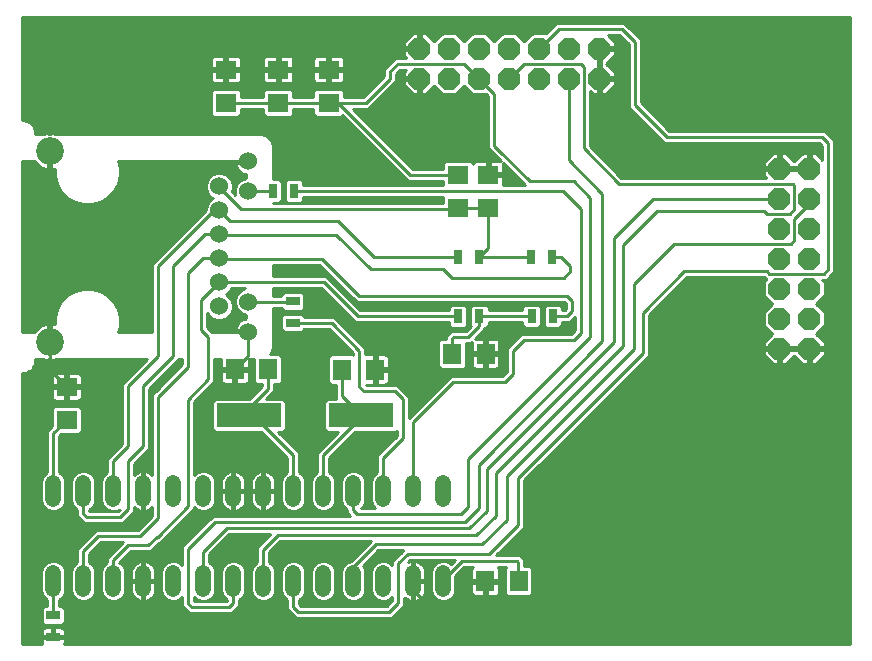
<source format=gtl>
G75*
G70*
%OFA0B0*%
%FSLAX24Y24*%
%IPPOS*%
%LPD*%
%AMOC8*
5,1,8,0,0,1.08239X$1,22.5*
%
%ADD10R,0.2165X0.0787*%
%ADD11OC8,0.0740*%
%ADD12C,0.0602*%
%ADD13C,0.0927*%
%ADD14R,0.0630X0.0709*%
%ADD15R,0.0315X0.0472*%
%ADD16R,0.0472X0.0315*%
%ADD17R,0.0709X0.0630*%
%ADD18C,0.0520*%
%ADD19C,0.0100*%
D10*
X010054Y008160D03*
X013794Y008160D03*
D11*
X027724Y010390D03*
X028724Y010390D03*
X028724Y011390D03*
X027724Y011390D03*
X027724Y012390D03*
X028724Y012390D03*
X028724Y013390D03*
X027724Y013390D03*
X027724Y014390D03*
X028724Y014390D03*
X028724Y015390D03*
X027724Y015390D03*
X027724Y016390D03*
X028724Y016390D03*
X021724Y019390D03*
X020724Y019390D03*
X019724Y019390D03*
X018724Y019390D03*
X017724Y019390D03*
X016724Y019390D03*
X015724Y019390D03*
X015724Y020390D03*
X016724Y020390D03*
X017724Y020390D03*
X018724Y020390D03*
X019724Y020390D03*
X020724Y020390D03*
X021724Y020390D03*
D12*
X010024Y016640D03*
X010024Y015640D03*
X009056Y015794D03*
X009056Y014994D03*
X009056Y014195D03*
X009056Y013396D03*
X009056Y012597D03*
X010024Y011951D03*
X009056Y011797D03*
X010024Y010951D03*
D13*
X003407Y010616D03*
X003407Y016967D03*
D14*
X009583Y009700D03*
X010686Y009700D03*
X013153Y009690D03*
X014256Y009690D03*
X016833Y010220D03*
X017936Y010220D03*
X017933Y002635D03*
X019036Y002635D03*
D15*
X019470Y011465D03*
X020179Y011465D03*
X017729Y011465D03*
X017020Y011465D03*
X017020Y013440D03*
X017729Y013440D03*
X019445Y013440D03*
X020154Y013440D03*
X011554Y015640D03*
X010845Y015640D03*
D16*
X011514Y011959D03*
X011514Y011251D03*
X003524Y001494D03*
X003524Y000786D03*
D17*
X003974Y008014D03*
X003974Y009116D03*
X009284Y018589D03*
X009284Y019691D03*
X011024Y019691D03*
X011024Y018589D03*
X012704Y018589D03*
X012704Y019691D03*
X017024Y016191D03*
X018024Y016191D03*
X018024Y015089D03*
X017024Y015089D03*
D18*
X016524Y005900D02*
X016524Y005380D01*
X015524Y005380D02*
X015524Y005900D01*
X014524Y005900D02*
X014524Y005380D01*
X013524Y005380D02*
X013524Y005900D01*
X012524Y005900D02*
X012524Y005380D01*
X011524Y005380D02*
X011524Y005900D01*
X010524Y005900D02*
X010524Y005380D01*
X009524Y005380D02*
X009524Y005900D01*
X008524Y005900D02*
X008524Y005380D01*
X007524Y005380D02*
X007524Y005900D01*
X006524Y005900D02*
X006524Y005380D01*
X005524Y005380D02*
X005524Y005900D01*
X004524Y005900D02*
X004524Y005380D01*
X003524Y005380D02*
X003524Y005900D01*
X003524Y002900D02*
X003524Y002380D01*
X004524Y002380D02*
X004524Y002900D01*
X005524Y002900D02*
X005524Y002380D01*
X006524Y002380D02*
X006524Y002900D01*
X007524Y002900D02*
X007524Y002380D01*
X008524Y002380D02*
X008524Y002900D01*
X009524Y002900D02*
X009524Y002380D01*
X010524Y002380D02*
X010524Y002900D01*
X011524Y002900D02*
X011524Y002380D01*
X012524Y002380D02*
X012524Y002900D01*
X013524Y002900D02*
X013524Y002380D01*
X014524Y002380D02*
X014524Y002900D01*
X015524Y002900D02*
X015524Y002380D01*
X016524Y002380D02*
X016524Y002900D01*
D19*
X002494Y000550D02*
X002494Y009568D01*
X002562Y009568D01*
X002563Y009568D01*
X002594Y009568D01*
X002673Y009614D01*
X002729Y009637D01*
X002729Y009637D01*
X002729Y009637D01*
X002729Y009637D01*
X002750Y009658D01*
X002804Y009689D01*
X002804Y009689D01*
X002804Y009689D01*
X002835Y009743D01*
X002856Y009764D01*
X002856Y009764D01*
X002856Y009764D01*
X002879Y009820D01*
X002925Y009899D01*
X002925Y010039D01*
X003199Y010039D01*
X003263Y010018D01*
X003357Y010003D01*
X003357Y010039D01*
X003457Y010039D01*
X003457Y010003D01*
X003550Y010018D01*
X003615Y010039D01*
X006640Y010039D01*
X005942Y009340D01*
X005824Y009223D01*
X005824Y007223D01*
X005442Y006840D01*
X005324Y006723D01*
X005324Y006261D01*
X005292Y006248D01*
X005177Y006132D01*
X005114Y005982D01*
X005114Y005298D01*
X005177Y005148D01*
X005292Y005032D01*
X005443Y004970D01*
X005606Y004970D01*
X005735Y005023D01*
X005682Y004970D01*
X004727Y004970D01*
X004724Y004973D01*
X004724Y005019D01*
X004757Y005032D01*
X004872Y005148D01*
X004934Y005298D01*
X004934Y005982D01*
X004872Y006132D01*
X004757Y006248D01*
X004606Y006310D01*
X004443Y006310D01*
X004292Y006248D01*
X004177Y006132D01*
X004114Y005982D01*
X004114Y005298D01*
X004177Y005148D01*
X004292Y005032D01*
X004324Y005019D01*
X004324Y004807D01*
X004444Y004687D01*
X004562Y004570D01*
X005847Y004570D01*
X006107Y004830D01*
X006224Y004947D01*
X006224Y005100D01*
X006257Y005067D01*
X006310Y005029D01*
X006367Y005000D01*
X006428Y004980D01*
X006492Y004970D01*
X006494Y004970D01*
X006494Y005610D01*
X006554Y005610D01*
X006554Y004970D01*
X006557Y004970D01*
X006620Y004980D01*
X006682Y005000D01*
X006739Y005029D01*
X006792Y005067D01*
X006834Y005110D01*
X006834Y004823D01*
X006352Y004340D01*
X004942Y004340D01*
X004824Y004223D01*
X004324Y003723D01*
X004324Y003261D01*
X004292Y003248D01*
X004177Y003132D01*
X004114Y002982D01*
X004114Y002298D01*
X004177Y002148D01*
X004292Y002032D01*
X004443Y001970D01*
X004606Y001970D01*
X004757Y002032D01*
X004872Y002148D01*
X004934Y002298D01*
X004934Y002982D01*
X004872Y003132D01*
X004757Y003248D01*
X004724Y003261D01*
X004724Y003557D01*
X005107Y003940D01*
X005852Y003940D01*
X005324Y003413D01*
X005324Y003261D01*
X005292Y003248D01*
X005177Y003132D01*
X005114Y002982D01*
X005114Y002298D01*
X005177Y002148D01*
X005292Y002032D01*
X005443Y001970D01*
X005606Y001970D01*
X005757Y002032D01*
X005872Y002148D01*
X005934Y002298D01*
X005934Y002982D01*
X005872Y003132D01*
X005757Y003248D01*
X005734Y003257D01*
X006107Y003630D01*
X006777Y003630D01*
X006894Y003747D01*
X007067Y003920D01*
X007087Y003920D01*
X008107Y004940D01*
X008224Y005057D01*
X008224Y005100D01*
X008292Y005032D01*
X008443Y004970D01*
X008606Y004970D01*
X008757Y005032D01*
X008872Y005148D01*
X008934Y005298D01*
X008934Y005982D01*
X008872Y006132D01*
X008757Y006248D01*
X008606Y006310D01*
X008443Y006310D01*
X008292Y006248D01*
X008224Y006180D01*
X008224Y008607D01*
X008894Y009277D01*
X008894Y010039D01*
X009118Y010039D01*
X009118Y009750D01*
X009533Y009750D01*
X009533Y009650D01*
X009118Y009650D01*
X009118Y009326D01*
X009128Y009288D01*
X009148Y009254D01*
X009176Y009226D01*
X009210Y009206D01*
X009249Y009196D01*
X009533Y009196D01*
X009533Y009650D01*
X009633Y009650D01*
X009633Y009196D01*
X009918Y009196D01*
X009956Y009206D01*
X009990Y009226D01*
X010018Y009254D01*
X010038Y009288D01*
X010048Y009326D01*
X010048Y009650D01*
X009633Y009650D01*
X009633Y009750D01*
X010048Y009750D01*
X010048Y010039D01*
X010221Y010039D01*
X010221Y009284D01*
X010308Y009196D01*
X010484Y009196D01*
X010484Y009133D01*
X010055Y008704D01*
X008910Y008704D01*
X008822Y008616D01*
X008822Y007704D01*
X008910Y007616D01*
X010455Y007616D01*
X011324Y006747D01*
X011324Y006261D01*
X011292Y006248D01*
X011177Y006132D01*
X011114Y005982D01*
X011114Y005298D01*
X011177Y005148D01*
X011292Y005032D01*
X011443Y004970D01*
X011606Y004970D01*
X011757Y005032D01*
X011872Y005148D01*
X011934Y005298D01*
X011934Y005982D01*
X011872Y006132D01*
X011757Y006248D01*
X011724Y006261D01*
X011724Y006913D01*
X011607Y007030D01*
X011021Y007616D01*
X011199Y007616D01*
X011287Y007704D01*
X011287Y008616D01*
X011199Y008704D01*
X010621Y008704D01*
X010767Y008850D01*
X010767Y008850D01*
X010884Y008967D01*
X010884Y009196D01*
X011063Y009196D01*
X011151Y009284D01*
X011151Y010116D01*
X011063Y010204D01*
X010759Y010204D01*
X010790Y010235D01*
X010859Y010401D01*
X010859Y010581D01*
X010858Y010582D01*
X010858Y011751D01*
X011128Y011751D01*
X011128Y011740D01*
X011216Y011652D01*
X011813Y011652D01*
X011901Y011740D01*
X011901Y012179D01*
X011813Y012267D01*
X011216Y012267D01*
X011128Y012179D01*
X011128Y012151D01*
X010858Y012151D01*
X010858Y012397D01*
X012465Y012397D01*
X013484Y011377D01*
X013602Y011260D01*
X016713Y011260D01*
X016713Y011167D01*
X016800Y011079D01*
X017240Y011079D01*
X017328Y011167D01*
X017328Y011763D01*
X017421Y011763D01*
X017421Y011167D01*
X017445Y011143D01*
X017282Y010980D01*
X016802Y010980D01*
X016752Y010930D01*
X016634Y010813D01*
X016634Y010724D01*
X016456Y010724D01*
X016368Y010636D01*
X016368Y009804D01*
X016456Y009716D01*
X017210Y009716D01*
X017298Y009804D01*
X017298Y010580D01*
X017447Y010580D01*
X017474Y010607D01*
X017471Y010594D01*
X017471Y010270D01*
X017886Y010270D01*
X017886Y010724D01*
X017601Y010724D01*
X017588Y010721D01*
X017929Y011061D01*
X017929Y011079D01*
X017948Y011079D01*
X018036Y011167D01*
X018036Y011265D01*
X019163Y011265D01*
X019163Y011167D01*
X019250Y011079D01*
X019690Y011079D01*
X019778Y011167D01*
X019778Y011763D01*
X019871Y011763D01*
X019871Y011167D01*
X019959Y011079D01*
X020398Y011079D01*
X020486Y011167D01*
X020486Y011265D01*
X020742Y011265D01*
X020917Y011440D01*
X020924Y011447D01*
X020924Y011003D01*
X020792Y010870D01*
X019122Y010870D01*
X018762Y010510D01*
X018644Y010393D01*
X018644Y009623D01*
X018492Y009470D01*
X016772Y009470D01*
X015442Y008140D01*
X015374Y008073D01*
X015374Y008783D01*
X015257Y008900D01*
X014997Y009160D01*
X013977Y009160D01*
X013952Y009186D01*
X014206Y009186D01*
X014206Y009640D01*
X014306Y009640D01*
X014306Y009740D01*
X014721Y009740D01*
X014721Y010064D01*
X014710Y010102D01*
X014691Y010136D01*
X014663Y010164D01*
X014628Y010184D01*
X014590Y010194D01*
X014306Y010194D01*
X014306Y009740D01*
X014206Y009740D01*
X014206Y010194D01*
X013934Y010194D01*
X013934Y010403D01*
X013817Y010520D01*
X012887Y011451D01*
X011901Y011451D01*
X011901Y011470D01*
X011813Y011558D01*
X011216Y011558D01*
X011128Y011470D01*
X011128Y011031D01*
X011216Y010943D01*
X011813Y010943D01*
X011901Y011031D01*
X011901Y011051D01*
X012721Y011051D01*
X013534Y010237D01*
X013534Y010190D01*
X013530Y010194D01*
X012776Y010194D01*
X012688Y010106D01*
X012688Y009274D01*
X012776Y009186D01*
X012953Y009186D01*
X012953Y008718D01*
X012968Y008704D01*
X012650Y008704D01*
X012562Y008616D01*
X012562Y007704D01*
X012650Y007616D01*
X013028Y007616D01*
X012442Y007030D01*
X012324Y006913D01*
X012324Y006261D01*
X012292Y006248D01*
X012177Y006132D01*
X012114Y005982D01*
X012114Y005298D01*
X012177Y005148D01*
X012292Y005032D01*
X012443Y004970D01*
X012606Y004970D01*
X012757Y005032D01*
X012872Y005148D01*
X012934Y005298D01*
X012934Y005982D01*
X012872Y006132D01*
X012757Y006248D01*
X012724Y006261D01*
X012724Y006747D01*
X013594Y007616D01*
X014939Y007616D01*
X014974Y007651D01*
X014974Y007483D01*
X014324Y006833D01*
X014324Y006261D01*
X014292Y006248D01*
X014177Y006132D01*
X014114Y005982D01*
X014114Y005298D01*
X014177Y005148D01*
X014265Y005060D01*
X013784Y005060D01*
X013872Y005148D01*
X013934Y005298D01*
X013934Y005982D01*
X013872Y006132D01*
X013757Y006248D01*
X013606Y006310D01*
X013443Y006310D01*
X013292Y006248D01*
X013177Y006132D01*
X013114Y005982D01*
X013114Y005298D01*
X013177Y005148D01*
X013292Y005032D01*
X013324Y005019D01*
X013324Y004917D01*
X013432Y004810D01*
X008842Y004810D01*
X007824Y003793D01*
X007824Y003180D01*
X007757Y003248D01*
X007606Y003310D01*
X007443Y003310D01*
X007292Y003248D01*
X007177Y003132D01*
X007114Y002982D01*
X007114Y002298D01*
X007177Y002148D01*
X007292Y002032D01*
X007443Y001970D01*
X007606Y001970D01*
X007757Y002032D01*
X007824Y002100D01*
X007824Y001807D01*
X007944Y001687D01*
X008062Y001570D01*
X009467Y001570D01*
X009607Y001710D01*
X009724Y001827D01*
X009724Y002019D01*
X009757Y002032D01*
X009872Y002148D01*
X009934Y002298D01*
X009934Y002982D01*
X009872Y003132D01*
X009757Y003248D01*
X009606Y003310D01*
X009443Y003310D01*
X009292Y003248D01*
X009177Y003132D01*
X009114Y002982D01*
X009114Y002298D01*
X009177Y002148D01*
X009292Y002032D01*
X009324Y002019D01*
X009324Y001993D01*
X009302Y001970D01*
X008227Y001970D01*
X008224Y001973D01*
X008224Y002100D01*
X008292Y002032D01*
X008443Y001970D01*
X008606Y001970D01*
X008757Y002032D01*
X008872Y002148D01*
X008934Y002298D01*
X008934Y002982D01*
X008872Y003132D01*
X008757Y003248D01*
X008724Y003261D01*
X008724Y003537D01*
X009387Y004200D01*
X010762Y004200D01*
X010324Y003763D01*
X010324Y003261D01*
X010292Y003248D01*
X010177Y003132D01*
X010114Y002982D01*
X010114Y002298D01*
X010177Y002148D01*
X010292Y002032D01*
X010443Y001970D01*
X010606Y001970D01*
X010757Y002032D01*
X010872Y002148D01*
X010934Y002298D01*
X010934Y002982D01*
X010872Y003132D01*
X010757Y003248D01*
X010724Y003261D01*
X010724Y003597D01*
X011097Y003970D01*
X014102Y003970D01*
X014074Y003943D01*
X013441Y003309D01*
X013292Y003248D01*
X013177Y003132D01*
X013114Y002982D01*
X013114Y002298D01*
X013177Y002148D01*
X013292Y002032D01*
X013443Y001970D01*
X013606Y001970D01*
X013757Y002032D01*
X013872Y002148D01*
X013934Y002298D01*
X013934Y002982D01*
X013872Y003132D01*
X013851Y003153D01*
X014357Y003660D01*
X015182Y003660D01*
X015144Y003623D01*
X014834Y003313D01*
X014834Y003170D01*
X014757Y003248D01*
X014606Y003310D01*
X014443Y003310D01*
X014292Y003248D01*
X014177Y003132D01*
X014114Y002982D01*
X014114Y002298D01*
X014177Y002148D01*
X014292Y002032D01*
X014443Y001970D01*
X014606Y001970D01*
X014757Y002032D01*
X014834Y002110D01*
X014834Y002110D01*
X014834Y001993D01*
X014652Y001810D01*
X011777Y001810D01*
X011724Y001863D01*
X011724Y002019D01*
X011757Y002032D01*
X011872Y002148D01*
X011934Y002298D01*
X011934Y002982D01*
X011872Y003132D01*
X011757Y003248D01*
X011606Y003310D01*
X011443Y003310D01*
X011292Y003248D01*
X011177Y003132D01*
X011114Y002982D01*
X011114Y002298D01*
X011177Y002148D01*
X011292Y002032D01*
X011324Y002019D01*
X011324Y001697D01*
X011612Y001410D01*
X014817Y001410D01*
X015117Y001710D01*
X015117Y001710D01*
X015234Y001827D01*
X015234Y002090D01*
X015257Y002067D01*
X015310Y002029D01*
X015367Y002000D01*
X015428Y001980D01*
X015492Y001970D01*
X015494Y001970D01*
X015494Y002610D01*
X015554Y002610D01*
X015554Y001970D01*
X015557Y001970D01*
X015620Y001980D01*
X015682Y002000D01*
X015739Y002029D01*
X015792Y002067D01*
X015837Y002113D01*
X015875Y002165D01*
X015904Y002223D01*
X015924Y002284D01*
X015934Y002348D01*
X015934Y002610D01*
X015554Y002610D01*
X015554Y002670D01*
X015494Y002670D01*
X015494Y003310D01*
X015492Y003310D01*
X015428Y003300D01*
X015367Y003280D01*
X015427Y003340D01*
X016902Y003340D01*
X016783Y003221D01*
X016757Y003248D01*
X016606Y003310D01*
X016443Y003310D01*
X016292Y003248D01*
X016177Y003132D01*
X016114Y002982D01*
X016114Y002298D01*
X016177Y002148D01*
X016292Y002032D01*
X016443Y001970D01*
X016606Y001970D01*
X016757Y002032D01*
X016872Y002148D01*
X016934Y002298D01*
X016934Y002807D01*
X017227Y003100D01*
X017517Y003100D01*
X017498Y003081D01*
X017478Y003047D01*
X017468Y003009D01*
X017468Y002685D01*
X017883Y002685D01*
X017883Y002585D01*
X017468Y002585D01*
X017468Y002261D01*
X017478Y002223D01*
X017498Y002189D01*
X017526Y002161D01*
X017560Y002141D01*
X017599Y002131D01*
X017883Y002131D01*
X017883Y002585D01*
X017983Y002585D01*
X017983Y002131D01*
X018268Y002131D01*
X018306Y002141D01*
X018340Y002161D01*
X018368Y002189D01*
X018388Y002223D01*
X018398Y002261D01*
X018398Y002585D01*
X017983Y002585D01*
X017983Y002685D01*
X018398Y002685D01*
X018398Y003009D01*
X018388Y003047D01*
X018368Y003081D01*
X018350Y003100D01*
X018619Y003100D01*
X018571Y003051D01*
X018571Y002219D01*
X018658Y002131D01*
X019413Y002131D01*
X019501Y002219D01*
X019501Y003051D01*
X019413Y003139D01*
X019234Y003139D01*
X019234Y003343D01*
X019117Y003460D01*
X019077Y003500D01*
X018297Y003500D01*
X019107Y004310D01*
X019107Y004310D01*
X019224Y004427D01*
X019224Y006007D01*
X023374Y010157D01*
X023374Y011497D01*
X024637Y012760D01*
X027242Y012760D01*
X027300Y012701D01*
X027204Y012605D01*
X027204Y012175D01*
X027489Y011890D01*
X027204Y011605D01*
X027204Y011175D01*
X027489Y010890D01*
X027204Y010605D01*
X027204Y010440D01*
X027674Y010440D01*
X027674Y010340D01*
X027204Y010340D01*
X027204Y010175D01*
X027509Y009870D01*
X027674Y009870D01*
X027674Y010340D01*
X027774Y010340D01*
X027774Y009870D01*
X027940Y009870D01*
X028224Y010155D01*
X028509Y009870D01*
X028674Y009870D01*
X028674Y010340D01*
X028204Y010340D01*
X027774Y010340D01*
X027774Y010440D01*
X028674Y010440D01*
X028674Y010340D01*
X028774Y010340D01*
X028774Y009870D01*
X028940Y009870D01*
X029244Y010175D01*
X029244Y010340D01*
X028774Y010340D01*
X028774Y010440D01*
X029244Y010440D01*
X029244Y010605D01*
X028960Y010890D01*
X029244Y011175D01*
X029244Y011605D01*
X028960Y011890D01*
X029244Y012175D01*
X029244Y012605D01*
X029160Y012690D01*
X029307Y012690D01*
X029424Y012807D01*
X029447Y012830D01*
X029564Y012947D01*
X029564Y017313D01*
X029344Y017533D01*
X029227Y017650D01*
X024057Y017650D01*
X023104Y018603D01*
X023104Y020693D01*
X022674Y021123D01*
X022557Y021240D01*
X020292Y021240D01*
X019951Y020899D01*
X019940Y020910D01*
X019509Y020910D01*
X019224Y020625D01*
X018940Y020910D01*
X018509Y020910D01*
X018224Y020625D01*
X017940Y020910D01*
X017509Y020910D01*
X017224Y020625D01*
X016940Y020910D01*
X016509Y020910D01*
X016224Y020625D01*
X015940Y020910D01*
X015774Y020910D01*
X015774Y020440D01*
X015674Y020440D01*
X015674Y020340D01*
X015204Y020340D01*
X015204Y020175D01*
X015289Y020090D01*
X014922Y020090D01*
X014804Y019973D01*
X014544Y019713D01*
X014544Y019473D01*
X013860Y018789D01*
X013209Y018789D01*
X013209Y018966D01*
X013121Y019054D01*
X012288Y019054D01*
X012200Y018966D01*
X012200Y018789D01*
X011529Y018789D01*
X011529Y018966D01*
X011441Y019054D01*
X010608Y019054D01*
X010520Y018966D01*
X010520Y018789D01*
X009789Y018789D01*
X009789Y018966D01*
X009701Y019054D01*
X008868Y019054D01*
X008780Y018966D01*
X008780Y018212D01*
X008868Y018124D01*
X009701Y018124D01*
X009789Y018212D01*
X009789Y018389D01*
X010520Y018389D01*
X010520Y018212D01*
X010608Y018124D01*
X011441Y018124D01*
X011529Y018212D01*
X011529Y018389D01*
X012200Y018389D01*
X012200Y018212D01*
X012288Y018124D01*
X013121Y018124D01*
X013164Y018167D01*
X015339Y015991D01*
X016520Y015991D01*
X016520Y015840D01*
X011861Y015840D01*
X011861Y015938D01*
X011773Y016026D01*
X011334Y016026D01*
X011246Y015938D01*
X011246Y015342D01*
X011334Y015254D01*
X011773Y015254D01*
X011861Y015342D01*
X011861Y015440D01*
X016520Y015440D01*
X016520Y015240D01*
X010858Y015240D01*
X010858Y015254D01*
X011065Y015254D01*
X011153Y015342D01*
X011153Y015938D01*
X011065Y016026D01*
X010858Y016026D01*
X010858Y017191D01*
X010789Y017357D01*
X010662Y017484D01*
X010496Y017553D01*
X003590Y017553D01*
X003551Y017565D01*
X003457Y017580D01*
X003457Y017553D01*
X003357Y017553D01*
X003357Y017580D01*
X003263Y017565D01*
X003224Y017553D01*
X002925Y017553D01*
X002925Y017661D01*
X002856Y017827D01*
X002729Y017954D01*
X002563Y018023D01*
X002494Y018023D01*
X002494Y021446D01*
X030084Y021436D01*
X030084Y000550D01*
X003889Y000550D01*
X003900Y000570D01*
X003911Y000608D01*
X003911Y000757D01*
X003553Y000757D01*
X003553Y000814D01*
X003911Y000814D01*
X003911Y000963D01*
X003900Y001001D01*
X003881Y001035D01*
X003853Y001063D01*
X003819Y001083D01*
X003780Y001093D01*
X003553Y001093D01*
X003553Y000814D01*
X003496Y000814D01*
X003496Y000757D01*
X003138Y000757D01*
X003138Y000608D01*
X003148Y000570D01*
X003160Y000550D01*
X002494Y000550D01*
X002494Y000633D02*
X003138Y000633D01*
X003138Y000731D02*
X002494Y000731D01*
X002494Y000830D02*
X003138Y000830D01*
X003138Y000814D02*
X003496Y000814D01*
X003496Y001093D01*
X003268Y001093D01*
X003230Y001083D01*
X003196Y001063D01*
X003168Y001035D01*
X003148Y001001D01*
X003138Y000963D01*
X003138Y000814D01*
X003138Y000928D02*
X002494Y000928D01*
X002494Y001027D02*
X003163Y001027D01*
X003226Y001187D02*
X003823Y001187D01*
X003911Y001275D01*
X003911Y001714D01*
X003823Y001802D01*
X003724Y001802D01*
X003724Y002019D01*
X003757Y002032D01*
X003872Y002148D01*
X003934Y002298D01*
X003934Y002982D01*
X003872Y003132D01*
X003757Y003248D01*
X003606Y003310D01*
X003443Y003310D01*
X003292Y003248D01*
X003177Y003132D01*
X003114Y002982D01*
X003114Y002298D01*
X003177Y002148D01*
X003292Y002032D01*
X003324Y002019D01*
X003324Y001802D01*
X003226Y001802D01*
X003138Y001714D01*
X003138Y001275D01*
X003226Y001187D01*
X003189Y001224D02*
X002494Y001224D01*
X002494Y001322D02*
X003138Y001322D01*
X003138Y001421D02*
X002494Y001421D01*
X002494Y001519D02*
X003138Y001519D01*
X003138Y001618D02*
X002494Y001618D01*
X002494Y001716D02*
X003140Y001716D01*
X003324Y001815D02*
X002494Y001815D01*
X002494Y001913D02*
X003324Y001913D01*
X003324Y002012D02*
X002494Y002012D01*
X002494Y002110D02*
X003215Y002110D01*
X003152Y002209D02*
X002494Y002209D01*
X002494Y002307D02*
X003114Y002307D01*
X003114Y002406D02*
X002494Y002406D01*
X002494Y002504D02*
X003114Y002504D01*
X003114Y002603D02*
X002494Y002603D01*
X002494Y002701D02*
X003114Y002701D01*
X003114Y002800D02*
X002494Y002800D01*
X002494Y002898D02*
X003114Y002898D01*
X003121Y002997D02*
X002494Y002997D01*
X002494Y003095D02*
X003161Y003095D01*
X003238Y003194D02*
X002494Y003194D01*
X002494Y003292D02*
X003399Y003292D01*
X003649Y003292D02*
X004324Y003292D01*
X004324Y003391D02*
X002494Y003391D01*
X002494Y003489D02*
X004324Y003489D01*
X004324Y003588D02*
X002494Y003588D01*
X002494Y003686D02*
X004324Y003686D01*
X004386Y003785D02*
X002494Y003785D01*
X002494Y003883D02*
X004485Y003883D01*
X004583Y003982D02*
X002494Y003982D01*
X002494Y004080D02*
X004682Y004080D01*
X004780Y004179D02*
X002494Y004179D01*
X002494Y004277D02*
X004879Y004277D01*
X005024Y004140D02*
X006434Y004140D01*
X007034Y004740D01*
X007034Y008790D01*
X008034Y009790D01*
X008034Y012910D01*
X008520Y013396D01*
X009056Y013396D01*
X009062Y013390D01*
X012474Y013390D01*
X013724Y012140D01*
X020664Y012140D01*
X020834Y011970D01*
X020834Y011640D01*
X020659Y011465D01*
X020179Y011465D01*
X019871Y011468D02*
X019778Y011468D01*
X019778Y011566D02*
X019871Y011566D01*
X019871Y011665D02*
X019778Y011665D01*
X019778Y011763D02*
X019690Y011851D01*
X019250Y011851D01*
X019163Y011763D01*
X018036Y011763D01*
X017948Y011851D01*
X017509Y011851D01*
X017421Y011763D01*
X017328Y011763D02*
X017240Y011851D01*
X016800Y011851D01*
X016713Y011763D01*
X013664Y011763D01*
X013566Y011862D02*
X020634Y011862D01*
X020634Y011887D02*
X020634Y011723D01*
X020577Y011665D01*
X020486Y011665D01*
X020486Y011763D01*
X020634Y011763D01*
X020634Y011887D02*
X020582Y011940D01*
X013642Y011940D01*
X012392Y013190D01*
X010858Y013190D01*
X010858Y012797D01*
X012631Y012797D01*
X013767Y011660D01*
X016713Y011660D01*
X016713Y011763D01*
X016713Y011665D02*
X013763Y011665D01*
X013684Y011460D02*
X017015Y011460D01*
X017020Y011465D01*
X017328Y011468D02*
X017421Y011468D01*
X017421Y011566D02*
X017328Y011566D01*
X017328Y011665D02*
X017421Y011665D01*
X017729Y011465D02*
X017729Y011144D01*
X017364Y010780D01*
X016884Y010780D01*
X016834Y010730D01*
X016834Y010221D01*
X016833Y010220D01*
X016368Y010187D02*
X014618Y010187D01*
X014714Y010089D02*
X016368Y010089D01*
X016368Y009990D02*
X014721Y009990D01*
X014721Y009892D02*
X016368Y009892D01*
X016379Y009793D02*
X014721Y009793D01*
X014721Y009640D02*
X014306Y009640D01*
X014306Y009186D01*
X014590Y009186D01*
X014628Y009196D01*
X014663Y009216D01*
X014691Y009244D01*
X014710Y009278D01*
X014721Y009316D01*
X014721Y009640D01*
X014721Y009596D02*
X018618Y009596D01*
X018644Y009695D02*
X014306Y009695D01*
X014306Y009793D02*
X014206Y009793D01*
X014206Y009892D02*
X014306Y009892D01*
X014306Y009990D02*
X014206Y009990D01*
X014206Y010089D02*
X014306Y010089D01*
X014306Y010187D02*
X014206Y010187D01*
X013934Y010286D02*
X016368Y010286D01*
X016368Y010384D02*
X013934Y010384D01*
X013855Y010483D02*
X016368Y010483D01*
X016368Y010581D02*
X013756Y010581D01*
X013658Y010680D02*
X016411Y010680D01*
X016634Y010778D02*
X013559Y010778D01*
X013461Y010877D02*
X016698Y010877D01*
X016797Y010975D02*
X013362Y010975D01*
X013264Y011074D02*
X017375Y011074D01*
X017328Y011172D02*
X017421Y011172D01*
X017421Y011271D02*
X017328Y011271D01*
X017328Y011369D02*
X017421Y011369D01*
X017729Y011465D02*
X019470Y011465D01*
X019778Y011369D02*
X019871Y011369D01*
X019871Y011271D02*
X019778Y011271D01*
X019778Y011172D02*
X019871Y011172D01*
X020486Y011172D02*
X020924Y011172D01*
X020924Y011074D02*
X017929Y011074D01*
X017842Y010975D02*
X020897Y010975D01*
X020798Y010877D02*
X017744Y010877D01*
X017645Y010778D02*
X019030Y010778D01*
X018931Y010680D02*
X018357Y010680D01*
X018371Y010666D02*
X018343Y010694D01*
X018308Y010714D01*
X018270Y010724D01*
X017986Y010724D01*
X017986Y010270D01*
X018401Y010270D01*
X018401Y010594D01*
X018390Y010632D01*
X018371Y010666D01*
X018401Y010581D02*
X018833Y010581D01*
X018734Y010483D02*
X018401Y010483D01*
X018401Y010384D02*
X018644Y010384D01*
X018644Y010286D02*
X018401Y010286D01*
X018401Y010170D02*
X017986Y010170D01*
X017986Y010270D01*
X017886Y010270D01*
X017886Y010170D01*
X017986Y010170D01*
X017986Y009716D01*
X018270Y009716D01*
X018308Y009726D01*
X018343Y009746D01*
X018371Y009774D01*
X018390Y009808D01*
X018401Y009846D01*
X018401Y010170D01*
X018401Y010089D02*
X018644Y010089D01*
X018644Y010187D02*
X017986Y010187D01*
X017986Y010089D02*
X017886Y010089D01*
X017886Y010170D02*
X017886Y009716D01*
X017601Y009716D01*
X017563Y009726D01*
X017529Y009746D01*
X017501Y009774D01*
X017481Y009808D01*
X017471Y009846D01*
X017471Y010170D01*
X017886Y010170D01*
X017886Y010187D02*
X017298Y010187D01*
X017298Y010089D02*
X017471Y010089D01*
X017471Y009990D02*
X017298Y009990D01*
X017298Y009892D02*
X017471Y009892D01*
X017489Y009793D02*
X017288Y009793D01*
X017298Y010286D02*
X017471Y010286D01*
X017471Y010384D02*
X017298Y010384D01*
X017298Y010483D02*
X017471Y010483D01*
X017471Y010581D02*
X017448Y010581D01*
X017886Y010581D02*
X017986Y010581D01*
X017986Y010483D02*
X017886Y010483D01*
X017886Y010384D02*
X017986Y010384D01*
X017986Y010286D02*
X017886Y010286D01*
X017886Y009990D02*
X017986Y009990D01*
X017986Y009892D02*
X017886Y009892D01*
X017886Y009793D02*
X017986Y009793D01*
X018382Y009793D02*
X018644Y009793D01*
X018644Y009892D02*
X018401Y009892D01*
X018401Y009990D02*
X018644Y009990D01*
X018844Y010310D02*
X018844Y009540D01*
X018574Y009270D01*
X016854Y009270D01*
X015524Y007940D01*
X015524Y005640D01*
X014524Y005640D02*
X014524Y006750D01*
X015174Y007400D01*
X015174Y008700D01*
X014914Y008960D01*
X013894Y008960D01*
X013734Y009120D01*
X013734Y010320D01*
X012804Y011251D01*
X011514Y011251D01*
X011128Y011271D02*
X010858Y011271D01*
X010858Y011369D02*
X011128Y011369D01*
X011128Y011468D02*
X010858Y011468D01*
X010858Y011566D02*
X013296Y011566D01*
X013394Y011468D02*
X011901Y011468D01*
X011825Y011665D02*
X013197Y011665D01*
X013099Y011763D02*
X011901Y011763D01*
X011901Y011862D02*
X013000Y011862D01*
X012902Y011960D02*
X011901Y011960D01*
X011901Y012059D02*
X012803Y012059D01*
X012705Y012157D02*
X011901Y012157D01*
X011824Y012256D02*
X012606Y012256D01*
X012508Y012354D02*
X010858Y012354D01*
X010858Y012256D02*
X011205Y012256D01*
X011128Y012157D02*
X010858Y012157D01*
X010858Y011665D02*
X011203Y011665D01*
X011506Y011951D02*
X011514Y011959D01*
X011506Y011951D02*
X010024Y011951D01*
X009573Y011960D02*
X009477Y011960D01*
X009507Y011887D02*
X009438Y012053D01*
X009311Y012180D01*
X009270Y012197D01*
X009311Y012214D01*
X009438Y012341D01*
X009461Y012397D01*
X009921Y012397D01*
X009769Y012334D01*
X009642Y012207D01*
X009573Y012041D01*
X009573Y011861D01*
X009642Y011695D01*
X009769Y011569D01*
X009935Y011500D01*
X009954Y011500D01*
X009954Y011397D01*
X009919Y011391D01*
X009851Y011369D01*
X009201Y011369D01*
X009146Y011346D02*
X009311Y011415D01*
X009438Y011542D01*
X009507Y011708D01*
X009507Y011887D01*
X009507Y011862D02*
X009573Y011862D01*
X009614Y011763D02*
X009507Y011763D01*
X009489Y011665D02*
X009673Y011665D01*
X009775Y011566D02*
X009448Y011566D01*
X009364Y011468D02*
X009954Y011468D01*
X009851Y011369D02*
X009788Y011337D01*
X009730Y011295D01*
X009680Y011245D01*
X009639Y011187D01*
X009606Y011124D01*
X009584Y011057D01*
X009576Y011001D01*
X009954Y011001D01*
X009954Y010943D01*
X008814Y010943D01*
X008654Y011103D01*
X008654Y011588D01*
X008673Y011542D01*
X008800Y011415D01*
X008966Y011346D01*
X009146Y011346D01*
X008911Y011369D02*
X008654Y011369D01*
X008654Y011271D02*
X009706Y011271D01*
X009631Y011172D02*
X008654Y011172D01*
X008684Y011074D02*
X009590Y011074D01*
X009954Y010975D02*
X008782Y010975D01*
X008694Y010780D02*
X008454Y011020D01*
X008454Y011995D01*
X009056Y012597D01*
X012548Y012597D01*
X013684Y011460D01*
X013591Y011271D02*
X013067Y011271D01*
X012968Y011369D02*
X013493Y011369D01*
X013165Y011172D02*
X016713Y011172D01*
X017886Y010680D02*
X017986Y010680D01*
X018036Y011172D02*
X019163Y011172D01*
X019204Y010670D02*
X018844Y010310D01*
X019204Y010670D02*
X020874Y010670D01*
X021124Y010920D01*
X021124Y015040D01*
X020524Y015640D01*
X011554Y015640D01*
X011246Y015605D02*
X011153Y015605D01*
X011153Y015703D02*
X011246Y015703D01*
X011246Y015802D02*
X011153Y015802D01*
X011153Y015900D02*
X011246Y015900D01*
X011306Y015999D02*
X011092Y015999D01*
X010858Y016097D02*
X015233Y016097D01*
X015135Y016196D02*
X010858Y016196D01*
X010858Y016294D02*
X015036Y016294D01*
X014938Y016393D02*
X010858Y016393D01*
X010858Y016491D02*
X014839Y016491D01*
X014741Y016590D02*
X010858Y016590D01*
X010858Y016688D02*
X014642Y016688D01*
X014544Y016787D02*
X010858Y016787D01*
X010858Y016885D02*
X014445Y016885D01*
X014347Y016984D02*
X010858Y016984D01*
X010858Y017082D02*
X014248Y017082D01*
X014150Y017181D02*
X010858Y017181D01*
X010822Y017279D02*
X014051Y017279D01*
X013953Y017378D02*
X010769Y017378D01*
X010670Y017476D02*
X013854Y017476D01*
X013756Y017575D02*
X003492Y017575D01*
X003457Y017575D02*
X003357Y017575D01*
X003322Y017575D02*
X002925Y017575D01*
X002920Y017673D02*
X013657Y017673D01*
X013559Y017772D02*
X002879Y017772D01*
X002813Y017870D02*
X013460Y017870D01*
X013362Y017969D02*
X002694Y017969D01*
X002494Y018067D02*
X013263Y018067D01*
X013165Y018166D02*
X013163Y018166D01*
X013507Y018389D02*
X014026Y018389D01*
X014827Y019190D01*
X014944Y019307D01*
X014944Y019547D01*
X015087Y019690D01*
X015289Y019690D01*
X015204Y019605D01*
X015204Y019440D01*
X015674Y019440D01*
X015674Y019340D01*
X015204Y019340D01*
X015204Y019175D01*
X015509Y018870D01*
X015674Y018870D01*
X015674Y019340D01*
X015774Y019340D01*
X015774Y018870D01*
X015940Y018870D01*
X016224Y019155D01*
X016509Y018870D01*
X016940Y018870D01*
X017224Y019155D01*
X017509Y018870D01*
X017940Y018870D01*
X017951Y018881D01*
X018024Y018807D01*
X018024Y017067D01*
X018184Y016907D01*
X018184Y016897D01*
X018302Y016780D01*
X018312Y016780D01*
X018458Y016634D01*
X018437Y016646D01*
X018398Y016656D01*
X018074Y016656D01*
X018074Y016241D01*
X017974Y016241D01*
X017974Y016656D01*
X017650Y016656D01*
X017612Y016646D01*
X017578Y016626D01*
X017550Y016598D01*
X017530Y016564D01*
X017529Y016558D01*
X017529Y016568D01*
X017441Y016656D01*
X016608Y016656D01*
X016520Y016568D01*
X016520Y016391D01*
X015505Y016391D01*
X013507Y018389D01*
X013534Y018363D02*
X018024Y018363D01*
X018024Y018461D02*
X014098Y018461D01*
X014197Y018560D02*
X018024Y018560D01*
X018024Y018658D02*
X014295Y018658D01*
X014394Y018757D02*
X018024Y018757D01*
X017977Y018855D02*
X014492Y018855D01*
X014591Y018954D02*
X015425Y018954D01*
X015327Y019052D02*
X014689Y019052D01*
X014788Y019151D02*
X015228Y019151D01*
X015204Y019249D02*
X014886Y019249D01*
X014944Y019348D02*
X015674Y019348D01*
X015674Y019249D02*
X015774Y019249D01*
X015774Y019151D02*
X015674Y019151D01*
X015674Y019052D02*
X015774Y019052D01*
X015774Y018954D02*
X015674Y018954D01*
X016023Y018954D02*
X016425Y018954D01*
X016327Y019052D02*
X016122Y019052D01*
X016220Y019151D02*
X016228Y019151D01*
X017023Y018954D02*
X017425Y018954D01*
X017327Y019052D02*
X017122Y019052D01*
X017220Y019151D02*
X017228Y019151D01*
X017724Y019390D02*
X017224Y019890D01*
X015004Y019890D01*
X014744Y019630D01*
X014744Y019390D01*
X013943Y018589D01*
X013024Y018589D01*
X015422Y016191D01*
X017024Y016191D01*
X016520Y016393D02*
X015504Y016393D01*
X015405Y016491D02*
X016520Y016491D01*
X016541Y016590D02*
X015307Y016590D01*
X015208Y016688D02*
X018404Y016688D01*
X018506Y016585D02*
X019252Y015840D01*
X018524Y015840D01*
X018529Y015856D01*
X018529Y016141D01*
X018074Y016141D01*
X018074Y016241D01*
X018529Y016241D01*
X018529Y016526D01*
X018519Y016564D01*
X018506Y016585D01*
X018529Y016491D02*
X018601Y016491D01*
X018529Y016393D02*
X018699Y016393D01*
X018798Y016294D02*
X018529Y016294D01*
X018529Y016097D02*
X018995Y016097D01*
X019093Y015999D02*
X018529Y015999D01*
X018529Y015900D02*
X019192Y015900D01*
X019414Y015960D02*
X018394Y016980D01*
X018224Y017150D01*
X018224Y018890D01*
X017724Y019390D01*
X018724Y019390D02*
X019224Y019890D01*
X021104Y019890D01*
X021224Y019770D01*
X021224Y019080D01*
X021214Y019070D01*
X021214Y017060D01*
X022384Y015890D01*
X028184Y015890D01*
X028224Y015850D01*
X028224Y015040D01*
X028074Y014890D01*
X027304Y014890D01*
X027224Y014970D01*
X023644Y014970D01*
X022514Y013840D01*
X022514Y010490D01*
X018274Y006250D01*
X018274Y004810D01*
X017634Y004170D01*
X011014Y004170D01*
X010524Y003680D01*
X010524Y002640D01*
X010114Y002603D02*
X009934Y002603D01*
X009934Y002701D02*
X010114Y002701D01*
X010114Y002800D02*
X009934Y002800D01*
X009934Y002898D02*
X010114Y002898D01*
X010121Y002997D02*
X009928Y002997D01*
X009887Y003095D02*
X010161Y003095D01*
X010238Y003194D02*
X009811Y003194D01*
X009649Y003292D02*
X010324Y003292D01*
X010324Y003391D02*
X008724Y003391D01*
X008724Y003489D02*
X010324Y003489D01*
X010324Y003588D02*
X008775Y003588D01*
X008873Y003686D02*
X010324Y003686D01*
X010346Y003785D02*
X008972Y003785D01*
X009070Y003883D02*
X010445Y003883D01*
X010543Y003982D02*
X009169Y003982D01*
X009267Y004080D02*
X010642Y004080D01*
X010740Y004179D02*
X009366Y004179D01*
X009304Y004400D02*
X017394Y004400D01*
X017984Y004990D01*
X017984Y006370D01*
X022214Y010600D01*
X022214Y014070D01*
X023534Y015390D01*
X027724Y015390D01*
X028224Y014710D02*
X028224Y014000D01*
X028114Y013890D01*
X024234Y013890D01*
X022874Y012530D01*
X022874Y010370D01*
X018654Y006150D01*
X018654Y004680D01*
X017834Y003860D01*
X014274Y003860D01*
X013524Y003110D01*
X013524Y002640D01*
X013934Y002603D02*
X014114Y002603D01*
X014114Y002701D02*
X013934Y002701D01*
X013934Y002800D02*
X014114Y002800D01*
X014114Y002898D02*
X013934Y002898D01*
X013928Y002997D02*
X014121Y002997D01*
X014161Y003095D02*
X013887Y003095D01*
X013891Y003194D02*
X014238Y003194D01*
X014399Y003292D02*
X013989Y003292D01*
X014088Y003391D02*
X014912Y003391D01*
X014834Y003292D02*
X014649Y003292D01*
X014811Y003194D02*
X014834Y003194D01*
X015034Y003230D02*
X015344Y003540D01*
X018054Y003540D01*
X019024Y004510D01*
X019024Y006090D01*
X023174Y010240D01*
X023174Y011580D01*
X024554Y012960D01*
X027324Y012960D01*
X027394Y012890D01*
X029224Y012890D01*
X029364Y013030D01*
X029364Y017230D01*
X029144Y017450D01*
X023974Y017450D01*
X022904Y018520D01*
X022904Y020610D01*
X022474Y021040D01*
X020374Y021040D01*
X019724Y020390D01*
X019326Y020727D02*
X019123Y020727D01*
X019025Y020825D02*
X019424Y020825D01*
X019227Y020628D02*
X019222Y020628D01*
X018424Y020825D02*
X018025Y020825D01*
X018123Y020727D02*
X018326Y020727D01*
X018227Y020628D02*
X018222Y020628D01*
X017424Y020825D02*
X017025Y020825D01*
X017123Y020727D02*
X017326Y020727D01*
X017227Y020628D02*
X017222Y020628D01*
X016424Y020825D02*
X016025Y020825D01*
X016123Y020727D02*
X016326Y020727D01*
X016227Y020628D02*
X016222Y020628D01*
X015774Y020628D02*
X015674Y020628D01*
X015674Y020530D02*
X015774Y020530D01*
X015674Y020440D02*
X015674Y020910D01*
X015509Y020910D01*
X015204Y020605D01*
X015204Y020440D01*
X015674Y020440D01*
X015674Y020431D02*
X002494Y020431D01*
X002494Y020333D02*
X015204Y020333D01*
X015204Y020234D02*
X002494Y020234D01*
X002494Y020136D02*
X008854Y020136D01*
X008838Y020126D02*
X008810Y020098D01*
X008790Y020064D01*
X008780Y020026D01*
X008780Y019741D01*
X009234Y019741D01*
X009234Y019641D01*
X008780Y019641D01*
X008780Y019356D01*
X008790Y019318D01*
X008810Y019284D01*
X008838Y019256D01*
X008872Y019236D01*
X008910Y019226D01*
X009234Y019226D01*
X009234Y019641D01*
X009334Y019641D01*
X009334Y019226D01*
X009658Y019226D01*
X009697Y019236D01*
X009731Y019256D01*
X009759Y019284D01*
X009779Y019318D01*
X009789Y019356D01*
X009789Y019641D01*
X009334Y019641D01*
X009334Y019741D01*
X009234Y019741D01*
X009234Y020156D01*
X008910Y020156D01*
X008872Y020146D01*
X008838Y020126D01*
X008783Y020037D02*
X002494Y020037D01*
X002494Y019939D02*
X008780Y019939D01*
X008780Y019840D02*
X002494Y019840D01*
X002494Y019742D02*
X008780Y019742D01*
X008780Y019545D02*
X002494Y019545D01*
X002494Y019643D02*
X009234Y019643D01*
X009234Y019545D02*
X009334Y019545D01*
X009334Y019643D02*
X010974Y019643D01*
X010974Y019641D02*
X010520Y019641D01*
X010520Y019356D01*
X010530Y019318D01*
X010550Y019284D01*
X010578Y019256D01*
X010612Y019236D01*
X010650Y019226D01*
X010974Y019226D01*
X010974Y019641D01*
X010974Y019741D01*
X010520Y019741D01*
X010520Y020026D01*
X010530Y020064D01*
X010550Y020098D01*
X010578Y020126D01*
X010612Y020146D01*
X010650Y020156D01*
X010974Y020156D01*
X010974Y019741D01*
X011074Y019741D01*
X011074Y020156D01*
X011398Y020156D01*
X011437Y020146D01*
X011471Y020126D01*
X011499Y020098D01*
X011519Y020064D01*
X011529Y020026D01*
X011529Y019741D01*
X011074Y019741D01*
X011074Y019641D01*
X011074Y019226D01*
X011398Y019226D01*
X011437Y019236D01*
X011471Y019256D01*
X011499Y019284D01*
X011519Y019318D01*
X011529Y019356D01*
X011529Y019641D01*
X011074Y019641D01*
X010974Y019641D01*
X010974Y019545D02*
X011074Y019545D01*
X011074Y019643D02*
X012654Y019643D01*
X012654Y019641D02*
X012200Y019641D01*
X012200Y019356D01*
X012210Y019318D01*
X012230Y019284D01*
X012258Y019256D01*
X012292Y019236D01*
X012330Y019226D01*
X012654Y019226D01*
X012654Y019641D01*
X012654Y019741D01*
X012200Y019741D01*
X012200Y020026D01*
X012210Y020064D01*
X012230Y020098D01*
X012258Y020126D01*
X012292Y020146D01*
X012330Y020156D01*
X012654Y020156D01*
X012654Y019741D01*
X012754Y019741D01*
X012754Y020156D01*
X013078Y020156D01*
X013117Y020146D01*
X013151Y020126D01*
X013179Y020098D01*
X013199Y020064D01*
X013209Y020026D01*
X013209Y019741D01*
X012754Y019741D01*
X012754Y019641D01*
X012754Y019226D01*
X013078Y019226D01*
X013117Y019236D01*
X013151Y019256D01*
X013179Y019284D01*
X013199Y019318D01*
X013209Y019356D01*
X013209Y019641D01*
X012754Y019641D01*
X012654Y019641D01*
X012654Y019545D02*
X012754Y019545D01*
X012754Y019643D02*
X014544Y019643D01*
X014544Y019545D02*
X013209Y019545D01*
X013209Y019446D02*
X014518Y019446D01*
X014419Y019348D02*
X013206Y019348D01*
X013138Y019249D02*
X014321Y019249D01*
X014222Y019151D02*
X002494Y019151D01*
X002494Y019249D02*
X008850Y019249D01*
X008782Y019348D02*
X002494Y019348D01*
X002494Y019446D02*
X008780Y019446D01*
X008866Y019052D02*
X002494Y019052D01*
X002494Y018954D02*
X008780Y018954D01*
X008780Y018855D02*
X002494Y018855D01*
X002494Y018757D02*
X008780Y018757D01*
X008780Y018658D02*
X002494Y018658D01*
X002494Y018560D02*
X008780Y018560D01*
X008780Y018461D02*
X002494Y018461D01*
X002494Y018363D02*
X008780Y018363D01*
X008780Y018264D02*
X002494Y018264D01*
X002494Y018166D02*
X008826Y018166D01*
X009284Y018589D02*
X012704Y018589D01*
X013024Y018589D01*
X013209Y018855D02*
X013927Y018855D01*
X014025Y018954D02*
X013209Y018954D01*
X013123Y019052D02*
X014124Y019052D01*
X014944Y019446D02*
X015204Y019446D01*
X015204Y019545D02*
X014944Y019545D01*
X015040Y019643D02*
X015242Y019643D01*
X014770Y019939D02*
X013209Y019939D01*
X013206Y020037D02*
X014869Y020037D01*
X014672Y019840D02*
X013209Y019840D01*
X013209Y019742D02*
X014573Y019742D01*
X015243Y020136D02*
X013135Y020136D01*
X012754Y020136D02*
X012654Y020136D01*
X012654Y020037D02*
X012754Y020037D01*
X012754Y019939D02*
X012654Y019939D01*
X012654Y019840D02*
X012754Y019840D01*
X012754Y019742D02*
X012654Y019742D01*
X012654Y019446D02*
X012754Y019446D01*
X012754Y019348D02*
X012654Y019348D01*
X012654Y019249D02*
X012754Y019249D01*
X012270Y019249D02*
X011458Y019249D01*
X011526Y019348D02*
X012202Y019348D01*
X012200Y019446D02*
X011529Y019446D01*
X011529Y019545D02*
X012200Y019545D01*
X012200Y019742D02*
X011529Y019742D01*
X011529Y019840D02*
X012200Y019840D01*
X012200Y019939D02*
X011529Y019939D01*
X011526Y020037D02*
X012203Y020037D01*
X012274Y020136D02*
X011455Y020136D01*
X011074Y020136D02*
X010974Y020136D01*
X010974Y020037D02*
X011074Y020037D01*
X011074Y019939D02*
X010974Y019939D01*
X010974Y019840D02*
X011074Y019840D01*
X011074Y019742D02*
X010974Y019742D01*
X010974Y019446D02*
X011074Y019446D01*
X011074Y019348D02*
X010974Y019348D01*
X010974Y019249D02*
X011074Y019249D01*
X011443Y019052D02*
X012286Y019052D01*
X012200Y018954D02*
X011529Y018954D01*
X011529Y018855D02*
X012200Y018855D01*
X012200Y018363D02*
X011529Y018363D01*
X011529Y018264D02*
X012200Y018264D01*
X012246Y018166D02*
X011483Y018166D01*
X010566Y018166D02*
X009743Y018166D01*
X009789Y018264D02*
X010520Y018264D01*
X010520Y018363D02*
X009789Y018363D01*
X009789Y018855D02*
X010520Y018855D01*
X010520Y018954D02*
X009789Y018954D01*
X009703Y019052D02*
X010606Y019052D01*
X010590Y019249D02*
X009718Y019249D01*
X009786Y019348D02*
X010522Y019348D01*
X010520Y019446D02*
X009789Y019446D01*
X009789Y019545D02*
X010520Y019545D01*
X010520Y019742D02*
X009789Y019742D01*
X009789Y019741D02*
X009789Y020026D01*
X009779Y020064D01*
X009759Y020098D01*
X009731Y020126D01*
X009697Y020146D01*
X009658Y020156D01*
X009334Y020156D01*
X009334Y019741D01*
X009789Y019741D01*
X009789Y019840D02*
X010520Y019840D01*
X010520Y019939D02*
X009789Y019939D01*
X009786Y020037D02*
X010523Y020037D01*
X010594Y020136D02*
X009715Y020136D01*
X009334Y020136D02*
X009234Y020136D01*
X009234Y020037D02*
X009334Y020037D01*
X009334Y019939D02*
X009234Y019939D01*
X009234Y019840D02*
X009334Y019840D01*
X009334Y019742D02*
X009234Y019742D01*
X009234Y019446D02*
X009334Y019446D01*
X009334Y019348D02*
X009234Y019348D01*
X009234Y019249D02*
X009334Y019249D01*
X009576Y016590D02*
X009584Y016534D01*
X009606Y016467D01*
X009639Y016404D01*
X009680Y016346D01*
X009730Y016296D01*
X009788Y016254D01*
X009851Y016222D01*
X009919Y016200D01*
X009954Y016194D01*
X009954Y016091D01*
X009935Y016091D01*
X009769Y016022D01*
X009642Y015896D01*
X009573Y015730D01*
X009573Y015550D01*
X009585Y015523D01*
X009477Y015631D01*
X009507Y015704D01*
X009507Y015883D01*
X009438Y016049D01*
X009311Y016176D01*
X009146Y016245D01*
X008966Y016245D01*
X008800Y016176D01*
X008673Y016049D01*
X008605Y015883D01*
X008605Y015704D01*
X008673Y015538D01*
X008800Y015411D01*
X008842Y015394D01*
X008800Y015377D01*
X008673Y015250D01*
X008605Y015084D01*
X008605Y015003D01*
X006942Y013340D01*
X006824Y013223D01*
X006824Y010943D01*
X005692Y010943D01*
X005748Y011150D01*
X005748Y011437D01*
X005674Y011714D01*
X005530Y011963D01*
X005327Y012166D01*
X005079Y012309D01*
X004802Y012383D01*
X004515Y012383D01*
X004238Y012309D01*
X003989Y012166D01*
X003786Y011963D01*
X003643Y011714D01*
X003569Y011437D01*
X003569Y011209D01*
X003550Y011215D01*
X003457Y011230D01*
X003457Y010943D01*
X003357Y010943D01*
X003357Y011230D01*
X003263Y011215D01*
X003171Y011185D01*
X003085Y011141D01*
X003007Y011084D01*
X002939Y011016D01*
X002885Y010943D01*
X002494Y010943D01*
X002494Y016649D01*
X002881Y016649D01*
X002882Y016645D01*
X002939Y016567D01*
X003007Y016499D01*
X003085Y016442D01*
X003172Y016398D01*
X003263Y016368D01*
X003357Y016353D01*
X003357Y016649D01*
X003457Y016649D01*
X003457Y016353D01*
X003551Y016368D01*
X003569Y016374D01*
X003569Y016150D01*
X003643Y015873D01*
X003786Y015624D01*
X003989Y015422D01*
X004238Y015278D01*
X004515Y015204D01*
X004802Y015204D01*
X005079Y015278D01*
X005327Y015422D01*
X005530Y015624D01*
X005674Y015873D01*
X005748Y016150D01*
X005748Y016437D01*
X005691Y016649D01*
X009954Y016649D01*
X009954Y016590D01*
X009576Y016590D01*
X005707Y016590D01*
X005734Y016491D02*
X009598Y016491D01*
X009647Y016393D02*
X005748Y016393D01*
X005748Y016294D02*
X009733Y016294D01*
X009946Y016196D02*
X009264Y016196D01*
X009390Y016097D02*
X009954Y016097D01*
X009745Y015999D02*
X009459Y015999D01*
X009500Y015900D02*
X009646Y015900D01*
X009603Y015802D02*
X009507Y015802D01*
X009507Y015703D02*
X009573Y015703D01*
X009573Y015605D02*
X009503Y015605D01*
X010024Y015640D02*
X010845Y015640D01*
X011153Y015506D02*
X011246Y015506D01*
X011246Y015408D02*
X011153Y015408D01*
X011120Y015309D02*
X011279Y015309D01*
X011829Y015309D02*
X016520Y015309D01*
X016520Y015408D02*
X011861Y015408D01*
X011861Y015900D02*
X016520Y015900D01*
X015332Y015999D02*
X011801Y015999D01*
X013024Y014640D02*
X009410Y014640D01*
X009056Y014994D01*
X008879Y014994D01*
X007024Y013140D01*
X007024Y010140D01*
X006024Y009140D01*
X006024Y007140D01*
X005524Y006640D01*
X005524Y005640D01*
X005114Y005656D02*
X004934Y005656D01*
X004934Y005558D02*
X005114Y005558D01*
X005114Y005459D02*
X004934Y005459D01*
X004934Y005361D02*
X005114Y005361D01*
X005129Y005262D02*
X004919Y005262D01*
X004879Y005164D02*
X005170Y005164D01*
X005260Y005065D02*
X004789Y005065D01*
X004524Y004890D02*
X004644Y004770D01*
X005764Y004770D01*
X006024Y005030D01*
X006024Y006640D01*
X006524Y007140D01*
X006524Y009140D01*
X007524Y010140D01*
X007524Y013140D01*
X008580Y014195D01*
X009056Y014195D01*
X009061Y014190D01*
X012964Y014190D01*
X014114Y013040D01*
X016534Y013040D01*
X016824Y012750D01*
X020544Y012750D01*
X020764Y012970D01*
X020764Y013140D01*
X020464Y013440D01*
X020154Y013440D01*
X019445Y013440D02*
X017729Y013440D01*
X018024Y013736D01*
X018024Y015089D01*
X017024Y015089D01*
X016976Y015040D01*
X009784Y015040D01*
X009056Y015769D01*
X009056Y015794D01*
X008605Y015802D02*
X005633Y015802D01*
X005681Y015900D02*
X008612Y015900D01*
X008652Y015999D02*
X005707Y015999D01*
X005734Y016097D02*
X008721Y016097D01*
X008847Y016196D02*
X005748Y016196D01*
X005576Y015703D02*
X008605Y015703D01*
X008646Y015605D02*
X005510Y015605D01*
X005412Y015506D02*
X008705Y015506D01*
X008809Y015408D02*
X005303Y015408D01*
X005133Y015309D02*
X008733Y015309D01*
X008657Y015211D02*
X004827Y015211D01*
X004490Y015211D02*
X002494Y015211D01*
X002494Y015309D02*
X004184Y015309D01*
X004013Y015408D02*
X002494Y015408D01*
X002494Y015506D02*
X003905Y015506D01*
X003806Y015605D02*
X002494Y015605D01*
X002494Y015703D02*
X003741Y015703D01*
X003684Y015802D02*
X002494Y015802D01*
X002494Y015900D02*
X003635Y015900D01*
X003609Y015999D02*
X002494Y015999D01*
X002494Y016097D02*
X003583Y016097D01*
X003569Y016196D02*
X002494Y016196D01*
X002494Y016294D02*
X003569Y016294D01*
X003457Y016393D02*
X003357Y016393D01*
X003357Y016491D02*
X003457Y016491D01*
X003457Y016590D02*
X003357Y016590D01*
X003189Y016393D02*
X002494Y016393D01*
X002494Y016491D02*
X003018Y016491D01*
X002923Y016590D02*
X002494Y016590D01*
X002494Y015112D02*
X008616Y015112D01*
X008605Y015014D02*
X002494Y015014D01*
X002494Y014915D02*
X008517Y014915D01*
X008418Y014817D02*
X002494Y014817D01*
X002494Y014718D02*
X008320Y014718D01*
X008221Y014620D02*
X002494Y014620D01*
X002494Y014521D02*
X008123Y014521D01*
X008024Y014423D02*
X002494Y014423D01*
X002494Y014324D02*
X007926Y014324D01*
X007827Y014226D02*
X002494Y014226D01*
X002494Y014127D02*
X007729Y014127D01*
X007630Y014029D02*
X002494Y014029D01*
X002494Y013930D02*
X007532Y013930D01*
X007433Y013832D02*
X002494Y013832D01*
X002494Y013733D02*
X007335Y013733D01*
X007236Y013635D02*
X002494Y013635D01*
X002494Y013536D02*
X007138Y013536D01*
X007039Y013438D02*
X002494Y013438D01*
X002494Y013339D02*
X006941Y013339D01*
X006842Y013241D02*
X002494Y013241D01*
X002494Y013142D02*
X006824Y013142D01*
X006824Y013044D02*
X002494Y013044D01*
X002494Y012945D02*
X006824Y012945D01*
X006824Y012847D02*
X002494Y012847D01*
X002494Y012748D02*
X006824Y012748D01*
X006824Y012650D02*
X002494Y012650D01*
X002494Y012551D02*
X006824Y012551D01*
X006824Y012453D02*
X002494Y012453D01*
X002494Y012354D02*
X004406Y012354D01*
X004145Y012256D02*
X002494Y012256D01*
X002494Y012157D02*
X003981Y012157D01*
X003882Y012059D02*
X002494Y012059D01*
X002494Y011960D02*
X003785Y011960D01*
X003728Y011862D02*
X002494Y011862D01*
X002494Y011763D02*
X003671Y011763D01*
X003629Y011665D02*
X002494Y011665D01*
X002494Y011566D02*
X003603Y011566D01*
X003577Y011468D02*
X002494Y011468D01*
X002494Y011369D02*
X003569Y011369D01*
X003569Y011271D02*
X002494Y011271D01*
X002494Y011172D02*
X003146Y011172D01*
X002996Y011074D02*
X002494Y011074D01*
X002494Y010975D02*
X002909Y010975D01*
X003357Y010975D02*
X003457Y010975D01*
X003457Y011074D02*
X003357Y011074D01*
X003357Y011172D02*
X003457Y011172D01*
X003407Y010616D02*
X003407Y009684D01*
X003974Y009116D01*
X003924Y009104D02*
X002494Y009104D01*
X002494Y009202D02*
X003470Y009202D01*
X003470Y009166D02*
X003470Y009451D01*
X003480Y009489D01*
X003500Y009523D01*
X003528Y009551D01*
X003562Y009571D01*
X003600Y009581D01*
X003924Y009581D01*
X003924Y009166D01*
X003924Y009066D01*
X003470Y009066D01*
X003470Y008781D01*
X003480Y008743D01*
X003500Y008709D01*
X003528Y008681D01*
X003562Y008661D01*
X003600Y008651D01*
X003924Y008651D01*
X003924Y009066D01*
X004024Y009066D01*
X004024Y008651D01*
X004348Y008651D01*
X004387Y008661D01*
X004421Y008681D01*
X004449Y008709D01*
X004469Y008743D01*
X004479Y008781D01*
X004479Y009066D01*
X004024Y009066D01*
X004024Y009166D01*
X003924Y009166D01*
X003470Y009166D01*
X003470Y009301D02*
X002494Y009301D01*
X002494Y009399D02*
X003470Y009399D01*
X003485Y009498D02*
X002494Y009498D01*
X002643Y009596D02*
X006198Y009596D01*
X006296Y009695D02*
X002807Y009695D01*
X002729Y009637D02*
X002729Y009637D01*
X002868Y009793D02*
X006395Y009793D01*
X006493Y009892D02*
X002921Y009892D01*
X002925Y009990D02*
X006592Y009990D01*
X006099Y009498D02*
X004464Y009498D01*
X004469Y009489D02*
X004449Y009523D01*
X004421Y009551D01*
X004387Y009571D01*
X004348Y009581D01*
X004024Y009581D01*
X004024Y009166D01*
X004479Y009166D01*
X004479Y009451D01*
X004469Y009489D01*
X004479Y009399D02*
X006001Y009399D01*
X005902Y009301D02*
X004479Y009301D01*
X004479Y009202D02*
X005824Y009202D01*
X005824Y009104D02*
X004024Y009104D01*
X004024Y009202D02*
X003924Y009202D01*
X003924Y009301D02*
X004024Y009301D01*
X004024Y009399D02*
X003924Y009399D01*
X003924Y009498D02*
X004024Y009498D01*
X004024Y009005D02*
X003924Y009005D01*
X003924Y008907D02*
X004024Y008907D01*
X004024Y008808D02*
X003924Y008808D01*
X003924Y008710D02*
X004024Y008710D01*
X004449Y008710D02*
X005824Y008710D01*
X005824Y008808D02*
X004479Y008808D01*
X004479Y008907D02*
X005824Y008907D01*
X005824Y009005D02*
X004479Y009005D01*
X004391Y008479D02*
X003558Y008479D01*
X003470Y008391D01*
X003470Y007792D01*
X003324Y007647D01*
X003324Y006261D01*
X003292Y006248D01*
X003177Y006132D01*
X003114Y005982D01*
X003114Y005298D01*
X003177Y005148D01*
X003292Y005032D01*
X003443Y004970D01*
X003606Y004970D01*
X003757Y005032D01*
X003872Y005148D01*
X003934Y005298D01*
X003934Y005982D01*
X003872Y006132D01*
X003757Y006248D01*
X003724Y006261D01*
X003724Y007481D01*
X003792Y007549D01*
X004391Y007549D01*
X004479Y007637D01*
X004479Y008391D01*
X004391Y008479D01*
X004456Y008414D02*
X005824Y008414D01*
X005824Y008316D02*
X004479Y008316D01*
X004479Y008217D02*
X005824Y008217D01*
X005824Y008119D02*
X004479Y008119D01*
X004479Y008020D02*
X005824Y008020D01*
X005824Y007922D02*
X004479Y007922D01*
X004479Y007823D02*
X005824Y007823D01*
X005824Y007725D02*
X004479Y007725D01*
X004468Y007626D02*
X005824Y007626D01*
X005824Y007528D02*
X003771Y007528D01*
X003724Y007429D02*
X005824Y007429D01*
X005824Y007331D02*
X003724Y007331D01*
X003724Y007232D02*
X005824Y007232D01*
X005735Y007134D02*
X003724Y007134D01*
X003724Y007035D02*
X005637Y007035D01*
X005538Y006937D02*
X003724Y006937D01*
X003724Y006838D02*
X005440Y006838D01*
X005341Y006740D02*
X003724Y006740D01*
X003724Y006641D02*
X005324Y006641D01*
X005324Y006543D02*
X003724Y006543D01*
X003724Y006444D02*
X005324Y006444D01*
X005324Y006346D02*
X003724Y006346D01*
X003757Y006247D02*
X004292Y006247D01*
X004193Y006149D02*
X003856Y006149D01*
X003906Y006050D02*
X004143Y006050D01*
X004114Y005952D02*
X003934Y005952D01*
X003934Y005853D02*
X004114Y005853D01*
X004114Y005755D02*
X003934Y005755D01*
X003934Y005656D02*
X004114Y005656D01*
X004114Y005558D02*
X003934Y005558D01*
X003934Y005459D02*
X004114Y005459D01*
X004114Y005361D02*
X003934Y005361D01*
X003919Y005262D02*
X004129Y005262D01*
X004170Y005164D02*
X003879Y005164D01*
X003789Y005065D02*
X004260Y005065D01*
X004324Y004967D02*
X002494Y004967D01*
X002494Y005065D02*
X003260Y005065D01*
X003170Y005164D02*
X002494Y005164D01*
X002494Y005262D02*
X003129Y005262D01*
X003114Y005361D02*
X002494Y005361D01*
X002494Y005459D02*
X003114Y005459D01*
X003114Y005558D02*
X002494Y005558D01*
X002494Y005656D02*
X003114Y005656D01*
X003114Y005755D02*
X002494Y005755D01*
X002494Y005853D02*
X003114Y005853D01*
X003114Y005952D02*
X002494Y005952D01*
X002494Y006050D02*
X003143Y006050D01*
X003193Y006149D02*
X002494Y006149D01*
X002494Y006247D02*
X003292Y006247D01*
X003324Y006346D02*
X002494Y006346D01*
X002494Y006444D02*
X003324Y006444D01*
X003324Y006543D02*
X002494Y006543D01*
X002494Y006641D02*
X003324Y006641D01*
X003324Y006740D02*
X002494Y006740D01*
X002494Y006838D02*
X003324Y006838D01*
X003324Y006937D02*
X002494Y006937D01*
X002494Y007035D02*
X003324Y007035D01*
X003324Y007134D02*
X002494Y007134D01*
X002494Y007232D02*
X003324Y007232D01*
X003324Y007331D02*
X002494Y007331D01*
X002494Y007429D02*
X003324Y007429D01*
X003324Y007528D02*
X002494Y007528D01*
X002494Y007626D02*
X003324Y007626D01*
X003402Y007725D02*
X002494Y007725D01*
X002494Y007823D02*
X003470Y007823D01*
X003470Y007922D02*
X002494Y007922D01*
X002494Y008020D02*
X003470Y008020D01*
X003470Y008119D02*
X002494Y008119D01*
X002494Y008217D02*
X003470Y008217D01*
X003470Y008316D02*
X002494Y008316D01*
X002494Y008414D02*
X003493Y008414D01*
X003500Y008710D02*
X002494Y008710D01*
X002494Y008808D02*
X003470Y008808D01*
X003470Y008907D02*
X002494Y008907D01*
X002494Y009005D02*
X003470Y009005D01*
X002494Y008611D02*
X005824Y008611D01*
X005824Y008513D02*
X002494Y008513D01*
X003524Y007564D02*
X003974Y008014D01*
X003524Y007564D02*
X003524Y005640D01*
X004524Y005640D02*
X004524Y004890D01*
X004324Y004868D02*
X002494Y004868D01*
X002494Y004770D02*
X004362Y004770D01*
X004461Y004671D02*
X002494Y004671D01*
X002494Y004573D02*
X004559Y004573D01*
X005024Y004140D02*
X004524Y003640D01*
X004524Y002640D01*
X004114Y002603D02*
X003934Y002603D01*
X003934Y002701D02*
X004114Y002701D01*
X004114Y002800D02*
X003934Y002800D01*
X003934Y002898D02*
X004114Y002898D01*
X004121Y002997D02*
X003928Y002997D01*
X003887Y003095D02*
X004161Y003095D01*
X004238Y003194D02*
X003811Y003194D01*
X003524Y002640D02*
X003524Y001494D01*
X003911Y001519D02*
X011503Y001519D01*
X011601Y001421D02*
X003911Y001421D01*
X003911Y001322D02*
X030084Y001322D01*
X030084Y001224D02*
X003859Y001224D01*
X003886Y001027D02*
X030084Y001027D01*
X030084Y001125D02*
X002494Y001125D01*
X003496Y001027D02*
X003553Y001027D01*
X003553Y000928D02*
X003496Y000928D01*
X003496Y000830D02*
X003553Y000830D01*
X003911Y000830D02*
X030084Y000830D01*
X030084Y000928D02*
X003911Y000928D01*
X003911Y000731D02*
X030084Y000731D01*
X030084Y000633D02*
X003911Y000633D01*
X003911Y001618D02*
X008014Y001618D01*
X007916Y001716D02*
X003909Y001716D01*
X003724Y001815D02*
X007824Y001815D01*
X007824Y001913D02*
X003724Y001913D01*
X003724Y002012D02*
X004343Y002012D01*
X004215Y002110D02*
X003834Y002110D01*
X003897Y002209D02*
X004152Y002209D01*
X004114Y002307D02*
X003934Y002307D01*
X003934Y002406D02*
X004114Y002406D01*
X004114Y002504D02*
X003934Y002504D01*
X004706Y002012D02*
X005343Y002012D01*
X005215Y002110D02*
X004834Y002110D01*
X004897Y002209D02*
X005152Y002209D01*
X005114Y002307D02*
X004934Y002307D01*
X004934Y002406D02*
X005114Y002406D01*
X005114Y002504D02*
X004934Y002504D01*
X004934Y002603D02*
X005114Y002603D01*
X005114Y002701D02*
X004934Y002701D01*
X004934Y002800D02*
X005114Y002800D01*
X005114Y002898D02*
X004934Y002898D01*
X004928Y002997D02*
X005121Y002997D01*
X005161Y003095D02*
X004887Y003095D01*
X004811Y003194D02*
X005238Y003194D01*
X005324Y003292D02*
X004724Y003292D01*
X004724Y003391D02*
X005324Y003391D01*
X005401Y003489D02*
X004724Y003489D01*
X004755Y003588D02*
X005499Y003588D01*
X005598Y003686D02*
X004853Y003686D01*
X004952Y003785D02*
X005696Y003785D01*
X005795Y003883D02*
X005050Y003883D01*
X005524Y003330D02*
X006024Y003830D01*
X006694Y003830D01*
X006984Y004120D01*
X007004Y004120D01*
X008024Y005140D01*
X008024Y008690D01*
X008694Y009360D01*
X008694Y010780D01*
X008654Y011468D02*
X008748Y011468D01*
X008663Y011566D02*
X008654Y011566D01*
X009433Y012059D02*
X009581Y012059D01*
X009621Y012157D02*
X009334Y012157D01*
X009353Y012256D02*
X009691Y012256D01*
X009818Y012354D02*
X009444Y012354D01*
X010858Y012847D02*
X012735Y012847D01*
X012679Y012748D02*
X012834Y012748D01*
X012778Y012650D02*
X012932Y012650D01*
X012876Y012551D02*
X013031Y012551D01*
X012975Y012453D02*
X013129Y012453D01*
X013073Y012354D02*
X013228Y012354D01*
X013172Y012256D02*
X013326Y012256D01*
X013270Y012157D02*
X013425Y012157D01*
X013369Y012059D02*
X013523Y012059D01*
X013467Y011960D02*
X013622Y011960D01*
X012637Y012945D02*
X010858Y012945D01*
X010858Y013044D02*
X012538Y013044D01*
X012440Y013142D02*
X010858Y013142D01*
X013024Y014640D02*
X014224Y013440D01*
X017020Y013440D01*
X018036Y011763D02*
X018036Y011665D01*
X019163Y011665D01*
X019163Y011763D01*
X019871Y011763D02*
X019959Y011851D01*
X020398Y011851D01*
X020486Y011763D01*
X020846Y011369D02*
X020924Y011369D01*
X020924Y011271D02*
X020748Y011271D01*
X021424Y010780D02*
X017354Y006710D01*
X017354Y005110D01*
X017104Y004860D01*
X013664Y004860D01*
X013524Y005000D01*
X013524Y005640D01*
X013934Y005656D02*
X014114Y005656D01*
X014114Y005558D02*
X013934Y005558D01*
X013934Y005459D02*
X014114Y005459D01*
X014114Y005361D02*
X013934Y005361D01*
X013919Y005262D02*
X014129Y005262D01*
X014170Y005164D02*
X013879Y005164D01*
X013789Y005065D02*
X014260Y005065D01*
X014114Y005755D02*
X013934Y005755D01*
X013934Y005853D02*
X014114Y005853D01*
X014114Y005952D02*
X013934Y005952D01*
X013906Y006050D02*
X014143Y006050D01*
X014193Y006149D02*
X013856Y006149D01*
X013757Y006247D02*
X014292Y006247D01*
X014324Y006346D02*
X012724Y006346D01*
X012724Y006444D02*
X014324Y006444D01*
X014324Y006543D02*
X012724Y006543D01*
X012724Y006641D02*
X014324Y006641D01*
X014324Y006740D02*
X012724Y006740D01*
X012815Y006838D02*
X014330Y006838D01*
X014428Y006937D02*
X012914Y006937D01*
X013012Y007035D02*
X014527Y007035D01*
X014625Y007134D02*
X013111Y007134D01*
X013209Y007232D02*
X014724Y007232D01*
X014822Y007331D02*
X013308Y007331D01*
X013406Y007429D02*
X014921Y007429D01*
X014974Y007528D02*
X013505Y007528D01*
X012939Y007528D02*
X011110Y007528D01*
X011209Y007626D02*
X012640Y007626D01*
X012562Y007725D02*
X011287Y007725D01*
X011287Y007823D02*
X012562Y007823D01*
X012562Y007922D02*
X011287Y007922D01*
X011287Y008020D02*
X012562Y008020D01*
X012562Y008119D02*
X011287Y008119D01*
X011287Y008217D02*
X012562Y008217D01*
X012562Y008316D02*
X011287Y008316D01*
X011287Y008414D02*
X012562Y008414D01*
X012562Y008513D02*
X011287Y008513D01*
X011287Y008611D02*
X012562Y008611D01*
X012962Y008710D02*
X010627Y008710D01*
X010725Y008808D02*
X012953Y008808D01*
X012953Y008907D02*
X010824Y008907D01*
X010884Y009005D02*
X012953Y009005D01*
X012953Y009104D02*
X010884Y009104D01*
X010684Y009050D02*
X010684Y009699D01*
X010686Y009700D01*
X010221Y009695D02*
X009633Y009695D01*
X009583Y009700D02*
X010024Y010141D01*
X010024Y010951D01*
X010858Y010975D02*
X011184Y010975D01*
X011128Y011074D02*
X010858Y011074D01*
X010858Y011172D02*
X011128Y011172D01*
X010858Y010877D02*
X012895Y010877D01*
X012797Y010975D02*
X011845Y010975D01*
X010858Y010778D02*
X012994Y010778D01*
X013092Y010680D02*
X010858Y010680D01*
X010859Y010581D02*
X013191Y010581D01*
X013289Y010483D02*
X010859Y010483D01*
X010852Y010384D02*
X013388Y010384D01*
X013486Y010286D02*
X010811Y010286D01*
X011080Y010187D02*
X012769Y010187D01*
X012688Y010089D02*
X011151Y010089D01*
X011151Y009990D02*
X012688Y009990D01*
X012688Y009892D02*
X011151Y009892D01*
X011151Y009793D02*
X012688Y009793D01*
X012688Y009695D02*
X011151Y009695D01*
X011151Y009596D02*
X012688Y009596D01*
X012688Y009498D02*
X011151Y009498D01*
X011151Y009399D02*
X012688Y009399D01*
X012688Y009301D02*
X011151Y009301D01*
X011069Y009202D02*
X012760Y009202D01*
X013153Y008801D02*
X013794Y008160D01*
X013794Y008100D01*
X012524Y006830D01*
X012524Y005640D01*
X012114Y005656D02*
X011934Y005656D01*
X011934Y005558D02*
X012114Y005558D01*
X012114Y005459D02*
X011934Y005459D01*
X011934Y005361D02*
X012114Y005361D01*
X012129Y005262D02*
X011919Y005262D01*
X011879Y005164D02*
X012170Y005164D01*
X012260Y005065D02*
X011789Y005065D01*
X011260Y005065D02*
X010788Y005065D01*
X010792Y005067D02*
X010837Y005113D01*
X010875Y005165D01*
X010904Y005223D01*
X010924Y005284D01*
X010934Y005348D01*
X010934Y005610D01*
X010554Y005610D01*
X010554Y004970D01*
X010557Y004970D01*
X010620Y004980D01*
X010682Y005000D01*
X010739Y005029D01*
X010792Y005067D01*
X010874Y005164D02*
X011170Y005164D01*
X011129Y005262D02*
X010917Y005262D01*
X010934Y005361D02*
X011114Y005361D01*
X011114Y005459D02*
X010934Y005459D01*
X010934Y005558D02*
X011114Y005558D01*
X011114Y005656D02*
X010554Y005656D01*
X010554Y005670D02*
X010934Y005670D01*
X010934Y005932D01*
X010924Y005996D01*
X010904Y006057D01*
X010875Y006115D01*
X010837Y006167D01*
X010792Y006213D01*
X010739Y006251D01*
X010682Y006280D01*
X010620Y006300D01*
X010557Y006310D01*
X010554Y006310D01*
X010554Y005670D01*
X010494Y005670D01*
X010494Y005610D01*
X010114Y005610D01*
X010114Y005348D01*
X010125Y005284D01*
X010144Y005223D01*
X010174Y005165D01*
X010212Y005113D01*
X010257Y005067D01*
X010310Y005029D01*
X010367Y005000D01*
X010428Y004980D01*
X010492Y004970D01*
X010494Y004970D01*
X010494Y005610D01*
X010554Y005610D01*
X010554Y005670D01*
X010494Y005670D02*
X010494Y006310D01*
X010492Y006310D01*
X010428Y006300D01*
X010367Y006280D01*
X010310Y006251D01*
X010257Y006213D01*
X010212Y006167D01*
X010174Y006115D01*
X010144Y006057D01*
X010125Y005996D01*
X010114Y005932D01*
X010114Y005670D01*
X010494Y005670D01*
X010494Y005656D02*
X009554Y005656D01*
X009554Y005670D02*
X009934Y005670D01*
X009934Y005932D01*
X009924Y005996D01*
X009904Y006057D01*
X009875Y006115D01*
X009837Y006167D01*
X009792Y006213D01*
X009739Y006251D01*
X009682Y006280D01*
X009620Y006300D01*
X009557Y006310D01*
X009554Y006310D01*
X009554Y005670D01*
X009494Y005670D01*
X009494Y005610D01*
X009114Y005610D01*
X009114Y005348D01*
X009125Y005284D01*
X009144Y005223D01*
X009174Y005165D01*
X009212Y005113D01*
X009257Y005067D01*
X009310Y005029D01*
X009367Y005000D01*
X009428Y004980D01*
X009492Y004970D01*
X009494Y004970D01*
X009494Y005610D01*
X009554Y005610D01*
X009554Y004970D01*
X009557Y004970D01*
X009620Y004980D01*
X009682Y005000D01*
X009739Y005029D01*
X009792Y005067D01*
X009837Y005113D01*
X009875Y005165D01*
X009904Y005223D01*
X009924Y005284D01*
X009934Y005348D01*
X009934Y005610D01*
X009554Y005610D01*
X009554Y005670D01*
X009494Y005670D02*
X009494Y006310D01*
X009492Y006310D01*
X009428Y006300D01*
X009367Y006280D01*
X009310Y006251D01*
X009257Y006213D01*
X009212Y006167D01*
X009174Y006115D01*
X009144Y006057D01*
X009125Y005996D01*
X009114Y005932D01*
X009114Y005670D01*
X009494Y005670D01*
X009494Y005656D02*
X008934Y005656D01*
X008934Y005558D02*
X009114Y005558D01*
X009114Y005459D02*
X008934Y005459D01*
X008934Y005361D02*
X009114Y005361D01*
X009132Y005262D02*
X008919Y005262D01*
X008879Y005164D02*
X009175Y005164D01*
X009260Y005065D02*
X008789Y005065D01*
X008801Y004770D02*
X007937Y004770D01*
X008035Y004868D02*
X013374Y004868D01*
X013324Y004967D02*
X008134Y004967D01*
X008224Y005065D02*
X008260Y005065D01*
X007838Y004671D02*
X008703Y004671D01*
X008604Y004573D02*
X007740Y004573D01*
X007641Y004474D02*
X008506Y004474D01*
X008407Y004376D02*
X007543Y004376D01*
X007444Y004277D02*
X008309Y004277D01*
X008210Y004179D02*
X007346Y004179D01*
X007247Y004080D02*
X008112Y004080D01*
X008013Y003982D02*
X007149Y003982D01*
X007030Y003883D02*
X007915Y003883D01*
X007824Y003785D02*
X006932Y003785D01*
X006833Y003686D02*
X007824Y003686D01*
X007824Y003588D02*
X006065Y003588D01*
X005966Y003489D02*
X007824Y003489D01*
X007824Y003391D02*
X005868Y003391D01*
X005769Y003292D02*
X006404Y003292D01*
X006428Y003300D02*
X006367Y003280D01*
X006310Y003251D01*
X006257Y003213D01*
X006212Y003167D01*
X006174Y003115D01*
X006144Y003057D01*
X006125Y002996D01*
X006114Y002932D01*
X006114Y002670D01*
X006494Y002670D01*
X006494Y002610D01*
X006114Y002610D01*
X006114Y002348D01*
X006125Y002284D01*
X006144Y002223D01*
X006174Y002165D01*
X006212Y002113D01*
X006257Y002067D01*
X006310Y002029D01*
X006367Y002000D01*
X006428Y001980D01*
X006492Y001970D01*
X006494Y001970D01*
X006494Y002610D01*
X006554Y002610D01*
X006554Y001970D01*
X006557Y001970D01*
X006620Y001980D01*
X006682Y002000D01*
X006739Y002029D01*
X006792Y002067D01*
X006837Y002113D01*
X006875Y002165D01*
X006904Y002223D01*
X006924Y002284D01*
X006934Y002348D01*
X006934Y002610D01*
X006554Y002610D01*
X006554Y002670D01*
X006494Y002670D01*
X006494Y003310D01*
X006492Y003310D01*
X006428Y003300D01*
X006494Y003292D02*
X006554Y003292D01*
X006554Y003310D02*
X006554Y002670D01*
X006934Y002670D01*
X006934Y002932D01*
X006924Y002996D01*
X006904Y003057D01*
X006875Y003115D01*
X006837Y003167D01*
X006792Y003213D01*
X006739Y003251D01*
X006682Y003280D01*
X006620Y003300D01*
X006557Y003310D01*
X006554Y003310D01*
X006645Y003292D02*
X007399Y003292D01*
X007238Y003194D02*
X006811Y003194D01*
X006885Y003095D02*
X007161Y003095D01*
X007121Y002997D02*
X006924Y002997D01*
X006934Y002898D02*
X007114Y002898D01*
X007114Y002800D02*
X006934Y002800D01*
X006934Y002701D02*
X007114Y002701D01*
X007114Y002603D02*
X006934Y002603D01*
X006934Y002504D02*
X007114Y002504D01*
X007114Y002406D02*
X006934Y002406D01*
X006928Y002307D02*
X007114Y002307D01*
X007152Y002209D02*
X006897Y002209D01*
X006834Y002110D02*
X007215Y002110D01*
X007343Y002012D02*
X006704Y002012D01*
X006554Y002012D02*
X006494Y002012D01*
X006494Y002110D02*
X006554Y002110D01*
X006554Y002209D02*
X006494Y002209D01*
X006494Y002307D02*
X006554Y002307D01*
X006554Y002406D02*
X006494Y002406D01*
X006494Y002504D02*
X006554Y002504D01*
X006554Y002603D02*
X006494Y002603D01*
X006494Y002701D02*
X006554Y002701D01*
X006554Y002800D02*
X006494Y002800D01*
X006494Y002898D02*
X006554Y002898D01*
X006554Y002997D02*
X006494Y002997D01*
X006494Y003095D02*
X006554Y003095D01*
X006554Y003194D02*
X006494Y003194D01*
X006238Y003194D02*
X005811Y003194D01*
X005887Y003095D02*
X006164Y003095D01*
X006125Y002997D02*
X005928Y002997D01*
X005934Y002898D02*
X006114Y002898D01*
X006114Y002800D02*
X005934Y002800D01*
X005934Y002701D02*
X006114Y002701D01*
X006114Y002603D02*
X005934Y002603D01*
X005934Y002504D02*
X006114Y002504D01*
X006114Y002406D02*
X005934Y002406D01*
X005934Y002307D02*
X006121Y002307D01*
X006152Y002209D02*
X005897Y002209D01*
X005834Y002110D02*
X006215Y002110D01*
X006345Y002012D02*
X005706Y002012D01*
X005524Y002640D02*
X005524Y003330D01*
X006387Y004376D02*
X002494Y004376D01*
X002494Y004474D02*
X006486Y004474D01*
X006584Y004573D02*
X005850Y004573D01*
X005948Y004671D02*
X006683Y004671D01*
X006781Y004770D02*
X006047Y004770D01*
X006145Y004868D02*
X006834Y004868D01*
X006834Y004967D02*
X006224Y004967D01*
X006224Y005065D02*
X006260Y005065D01*
X006494Y005065D02*
X006554Y005065D01*
X006554Y005164D02*
X006494Y005164D01*
X006494Y005262D02*
X006554Y005262D01*
X006554Y005361D02*
X006494Y005361D01*
X006494Y005459D02*
X006554Y005459D01*
X006554Y005558D02*
X006494Y005558D01*
X006494Y005670D02*
X006494Y006310D01*
X006492Y006310D01*
X006428Y006300D01*
X006367Y006280D01*
X006310Y006251D01*
X006257Y006213D01*
X006224Y006180D01*
X006224Y006557D01*
X006724Y007057D01*
X006724Y009057D01*
X007706Y010039D01*
X007834Y010039D01*
X007834Y009873D01*
X006952Y008990D01*
X006834Y008873D01*
X006834Y006170D01*
X006792Y006213D01*
X006739Y006251D01*
X006682Y006280D01*
X006620Y006300D01*
X006557Y006310D01*
X006554Y006310D01*
X006554Y005670D01*
X006494Y005670D01*
X006494Y005755D02*
X006554Y005755D01*
X006554Y005853D02*
X006494Y005853D01*
X006494Y005952D02*
X006554Y005952D01*
X006554Y006050D02*
X006494Y006050D01*
X006494Y006149D02*
X006554Y006149D01*
X006554Y006247D02*
X006494Y006247D01*
X006305Y006247D02*
X006224Y006247D01*
X006224Y006346D02*
X006834Y006346D01*
X006834Y006444D02*
X006224Y006444D01*
X006224Y006543D02*
X006834Y006543D01*
X006834Y006641D02*
X006308Y006641D01*
X006407Y006740D02*
X006834Y006740D01*
X006834Y006838D02*
X006505Y006838D01*
X006604Y006937D02*
X006834Y006937D01*
X006834Y007035D02*
X006702Y007035D01*
X006724Y007134D02*
X006834Y007134D01*
X006834Y007232D02*
X006724Y007232D01*
X006724Y007331D02*
X006834Y007331D01*
X006834Y007429D02*
X006724Y007429D01*
X006724Y007528D02*
X006834Y007528D01*
X006834Y007626D02*
X006724Y007626D01*
X006724Y007725D02*
X006834Y007725D01*
X006834Y007823D02*
X006724Y007823D01*
X006724Y007922D02*
X006834Y007922D01*
X006834Y008020D02*
X006724Y008020D01*
X006724Y008119D02*
X006834Y008119D01*
X006834Y008217D02*
X006724Y008217D01*
X006724Y008316D02*
X006834Y008316D01*
X006834Y008414D02*
X006724Y008414D01*
X006724Y008513D02*
X006834Y008513D01*
X006834Y008611D02*
X006724Y008611D01*
X006724Y008710D02*
X006834Y008710D01*
X006834Y008808D02*
X006724Y008808D01*
X006724Y008907D02*
X006868Y008907D01*
X006967Y009005D02*
X006724Y009005D01*
X006771Y009104D02*
X007065Y009104D01*
X007164Y009202D02*
X006869Y009202D01*
X006968Y009301D02*
X007262Y009301D01*
X007361Y009399D02*
X007066Y009399D01*
X007165Y009498D02*
X007459Y009498D01*
X007558Y009596D02*
X007263Y009596D01*
X007362Y009695D02*
X007656Y009695D01*
X007755Y009793D02*
X007460Y009793D01*
X007559Y009892D02*
X007834Y009892D01*
X007834Y009990D02*
X007657Y009990D01*
X006824Y010975D02*
X005701Y010975D01*
X005728Y011074D02*
X006824Y011074D01*
X006824Y011172D02*
X005748Y011172D01*
X005748Y011271D02*
X006824Y011271D01*
X006824Y011369D02*
X005748Y011369D01*
X005740Y011468D02*
X006824Y011468D01*
X006824Y011566D02*
X005713Y011566D01*
X005687Y011665D02*
X006824Y011665D01*
X006824Y011763D02*
X005646Y011763D01*
X005589Y011862D02*
X006824Y011862D01*
X006824Y011960D02*
X005532Y011960D01*
X005434Y012059D02*
X006824Y012059D01*
X006824Y012157D02*
X005336Y012157D01*
X005172Y012256D02*
X006824Y012256D01*
X006824Y012354D02*
X004911Y012354D01*
X008894Y009990D02*
X009118Y009990D01*
X009118Y009892D02*
X008894Y009892D01*
X008894Y009793D02*
X009118Y009793D01*
X009118Y009596D02*
X008894Y009596D01*
X008894Y009498D02*
X009118Y009498D01*
X009118Y009399D02*
X008894Y009399D01*
X008894Y009301D02*
X009125Y009301D01*
X009225Y009202D02*
X008819Y009202D01*
X008721Y009104D02*
X010455Y009104D01*
X010357Y009005D02*
X008622Y009005D01*
X008524Y008907D02*
X010258Y008907D01*
X010160Y008808D02*
X008425Y008808D01*
X008327Y008710D02*
X010061Y008710D01*
X010054Y008420D02*
X010684Y009050D01*
X010302Y009202D02*
X009942Y009202D01*
X010041Y009301D02*
X010221Y009301D01*
X010221Y009399D02*
X010048Y009399D01*
X010048Y009498D02*
X010221Y009498D01*
X010221Y009596D02*
X010048Y009596D01*
X010048Y009793D02*
X010221Y009793D01*
X010221Y009892D02*
X010048Y009892D01*
X010048Y009990D02*
X010221Y009990D01*
X009633Y009596D02*
X009533Y009596D01*
X009533Y009498D02*
X009633Y009498D01*
X009633Y009399D02*
X009533Y009399D01*
X009533Y009301D02*
X009633Y009301D01*
X009633Y009202D02*
X009533Y009202D01*
X009533Y009695D02*
X008894Y009695D01*
X008822Y008611D02*
X008228Y008611D01*
X008224Y008513D02*
X008822Y008513D01*
X008822Y008414D02*
X008224Y008414D01*
X008224Y008316D02*
X008822Y008316D01*
X008822Y008217D02*
X008224Y008217D01*
X008224Y008119D02*
X008822Y008119D01*
X008822Y008020D02*
X008224Y008020D01*
X008224Y007922D02*
X008822Y007922D01*
X008822Y007823D02*
X008224Y007823D01*
X008224Y007725D02*
X008822Y007725D01*
X008900Y007626D02*
X008224Y007626D01*
X008224Y007528D02*
X010544Y007528D01*
X010643Y007429D02*
X008224Y007429D01*
X008224Y007331D02*
X010741Y007331D01*
X010840Y007232D02*
X008224Y007232D01*
X008224Y007134D02*
X010938Y007134D01*
X011037Y007035D02*
X008224Y007035D01*
X008224Y006937D02*
X011135Y006937D01*
X011234Y006838D02*
X008224Y006838D01*
X008224Y006740D02*
X011324Y006740D01*
X011324Y006641D02*
X008224Y006641D01*
X008224Y006543D02*
X011324Y006543D01*
X011324Y006444D02*
X008224Y006444D01*
X008224Y006346D02*
X011324Y006346D01*
X011292Y006247D02*
X010744Y006247D01*
X010851Y006149D02*
X011193Y006149D01*
X011143Y006050D02*
X010907Y006050D01*
X010931Y005952D02*
X011114Y005952D01*
X011114Y005853D02*
X010934Y005853D01*
X010934Y005755D02*
X011114Y005755D01*
X011524Y005640D02*
X011524Y006830D01*
X010194Y008160D01*
X010054Y008160D01*
X010054Y008420D01*
X011208Y007429D02*
X012841Y007429D01*
X012742Y007331D02*
X011307Y007331D01*
X011405Y007232D02*
X012644Y007232D01*
X012545Y007134D02*
X011504Y007134D01*
X011602Y007035D02*
X012447Y007035D01*
X012348Y006937D02*
X011701Y006937D01*
X011724Y006838D02*
X012324Y006838D01*
X012324Y006740D02*
X011724Y006740D01*
X011724Y006641D02*
X012324Y006641D01*
X012324Y006543D02*
X011724Y006543D01*
X011724Y006444D02*
X012324Y006444D01*
X012324Y006346D02*
X011724Y006346D01*
X011757Y006247D02*
X012292Y006247D01*
X012193Y006149D02*
X011856Y006149D01*
X011906Y006050D02*
X012143Y006050D01*
X012114Y005952D02*
X011934Y005952D01*
X011934Y005853D02*
X012114Y005853D01*
X012114Y005755D02*
X011934Y005755D01*
X012757Y006247D02*
X013292Y006247D01*
X013193Y006149D02*
X012856Y006149D01*
X012906Y006050D02*
X013143Y006050D01*
X013114Y005952D02*
X012934Y005952D01*
X012934Y005853D02*
X013114Y005853D01*
X013114Y005755D02*
X012934Y005755D01*
X012934Y005656D02*
X013114Y005656D01*
X013114Y005558D02*
X012934Y005558D01*
X012934Y005459D02*
X013114Y005459D01*
X013114Y005361D02*
X012934Y005361D01*
X012919Y005262D02*
X013129Y005262D01*
X013170Y005164D02*
X012879Y005164D01*
X012789Y005065D02*
X013260Y005065D01*
X014015Y003883D02*
X011010Y003883D01*
X010912Y003785D02*
X013916Y003785D01*
X013818Y003686D02*
X010813Y003686D01*
X010724Y003588D02*
X013719Y003588D01*
X013621Y003489D02*
X010724Y003489D01*
X010724Y003391D02*
X013522Y003391D01*
X013399Y003292D02*
X012649Y003292D01*
X012606Y003310D02*
X012757Y003248D01*
X012872Y003132D01*
X012934Y002982D01*
X012934Y002298D01*
X012872Y002148D01*
X012757Y002032D01*
X012606Y001970D01*
X012443Y001970D01*
X012292Y002032D01*
X012177Y002148D01*
X012114Y002298D01*
X012114Y002982D01*
X012177Y003132D01*
X012292Y003248D01*
X012443Y003310D01*
X012606Y003310D01*
X012399Y003292D02*
X011649Y003292D01*
X011811Y003194D02*
X012238Y003194D01*
X012161Y003095D02*
X011887Y003095D01*
X011928Y002997D02*
X012121Y002997D01*
X012114Y002898D02*
X011934Y002898D01*
X011934Y002800D02*
X012114Y002800D01*
X012114Y002701D02*
X011934Y002701D01*
X011934Y002603D02*
X012114Y002603D01*
X012114Y002504D02*
X011934Y002504D01*
X011934Y002406D02*
X012114Y002406D01*
X012114Y002307D02*
X011934Y002307D01*
X011897Y002209D02*
X012152Y002209D01*
X012215Y002110D02*
X011834Y002110D01*
X011724Y002012D02*
X012343Y002012D01*
X012706Y002012D02*
X013343Y002012D01*
X013215Y002110D02*
X012834Y002110D01*
X012897Y002209D02*
X013152Y002209D01*
X013114Y002307D02*
X012934Y002307D01*
X012934Y002406D02*
X013114Y002406D01*
X013114Y002504D02*
X012934Y002504D01*
X012934Y002603D02*
X013114Y002603D01*
X013114Y002701D02*
X012934Y002701D01*
X012934Y002800D02*
X013114Y002800D01*
X013114Y002898D02*
X012934Y002898D01*
X012928Y002997D02*
X013121Y002997D01*
X013161Y003095D02*
X012887Y003095D01*
X012811Y003194D02*
X013238Y003194D01*
X013934Y002504D02*
X014114Y002504D01*
X014114Y002406D02*
X013934Y002406D01*
X013934Y002307D02*
X014114Y002307D01*
X014152Y002209D02*
X013897Y002209D01*
X013834Y002110D02*
X014215Y002110D01*
X014343Y002012D02*
X013706Y002012D01*
X014656Y001815D02*
X011773Y001815D01*
X011724Y001913D02*
X014755Y001913D01*
X014706Y002012D02*
X014834Y002012D01*
X015034Y001910D02*
X015034Y003230D01*
X015011Y003489D02*
X014186Y003489D01*
X014285Y003588D02*
X015109Y003588D01*
X015554Y003310D02*
X015554Y002670D01*
X015934Y002670D01*
X015934Y002932D01*
X015924Y002996D01*
X015904Y003057D01*
X015875Y003115D01*
X015837Y003167D01*
X015792Y003213D01*
X015739Y003251D01*
X015682Y003280D01*
X015620Y003300D01*
X015557Y003310D01*
X015554Y003310D01*
X015554Y003292D02*
X015494Y003292D01*
X015404Y003292D02*
X015379Y003292D01*
X015494Y003194D02*
X015554Y003194D01*
X015554Y003095D02*
X015494Y003095D01*
X015494Y002997D02*
X015554Y002997D01*
X015554Y002898D02*
X015494Y002898D01*
X015494Y002800D02*
X015554Y002800D01*
X015554Y002701D02*
X015494Y002701D01*
X015524Y002640D02*
X015524Y002340D01*
X015944Y001920D01*
X017804Y001920D01*
X017934Y002050D01*
X017934Y002634D01*
X017933Y002635D01*
X017883Y002603D02*
X016934Y002603D01*
X016934Y002701D02*
X017468Y002701D01*
X017468Y002800D02*
X016934Y002800D01*
X017025Y002898D02*
X017468Y002898D01*
X017468Y002997D02*
X017124Y002997D01*
X017222Y003095D02*
X017512Y003095D01*
X017144Y003300D02*
X018994Y003300D01*
X019034Y003260D01*
X019034Y002636D01*
X019036Y002635D01*
X019501Y002603D02*
X030084Y002603D01*
X030084Y002701D02*
X019501Y002701D01*
X019501Y002800D02*
X030084Y002800D01*
X030084Y002898D02*
X019501Y002898D01*
X019501Y002997D02*
X030084Y002997D01*
X030084Y003095D02*
X019457Y003095D01*
X019234Y003194D02*
X030084Y003194D01*
X030084Y003292D02*
X019234Y003292D01*
X019187Y003391D02*
X030084Y003391D01*
X030084Y003489D02*
X019088Y003489D01*
X018680Y003883D02*
X030084Y003883D01*
X030084Y003785D02*
X018582Y003785D01*
X018483Y003686D02*
X030084Y003686D01*
X030084Y003588D02*
X018385Y003588D01*
X018355Y003095D02*
X018614Y003095D01*
X018571Y002997D02*
X018398Y002997D01*
X018398Y002898D02*
X018571Y002898D01*
X018571Y002800D02*
X018398Y002800D01*
X018398Y002701D02*
X018571Y002701D01*
X018571Y002603D02*
X017983Y002603D01*
X017983Y002504D02*
X017883Y002504D01*
X017883Y002406D02*
X017983Y002406D01*
X017983Y002307D02*
X017883Y002307D01*
X017883Y002209D02*
X017983Y002209D01*
X018380Y002209D02*
X018581Y002209D01*
X018571Y002307D02*
X018398Y002307D01*
X018398Y002406D02*
X018571Y002406D01*
X018571Y002504D02*
X018398Y002504D01*
X017468Y002504D02*
X016934Y002504D01*
X016934Y002406D02*
X017468Y002406D01*
X017468Y002307D02*
X016934Y002307D01*
X016897Y002209D02*
X017487Y002209D01*
X016834Y002110D02*
X030084Y002110D01*
X030084Y002012D02*
X016706Y002012D01*
X016343Y002012D02*
X015704Y002012D01*
X015554Y002012D02*
X015494Y002012D01*
X015494Y002110D02*
X015554Y002110D01*
X015554Y002209D02*
X015494Y002209D01*
X015494Y002307D02*
X015554Y002307D01*
X015554Y002406D02*
X015494Y002406D01*
X015494Y002504D02*
X015554Y002504D01*
X015554Y002603D02*
X015494Y002603D01*
X015928Y002307D02*
X016114Y002307D01*
X016114Y002406D02*
X015934Y002406D01*
X015934Y002504D02*
X016114Y002504D01*
X016114Y002603D02*
X015934Y002603D01*
X015934Y002701D02*
X016114Y002701D01*
X016114Y002800D02*
X015934Y002800D01*
X015934Y002898D02*
X016114Y002898D01*
X016121Y002997D02*
X015924Y002997D01*
X015885Y003095D02*
X016161Y003095D01*
X016238Y003194D02*
X015811Y003194D01*
X015645Y003292D02*
X016399Y003292D01*
X016649Y003292D02*
X016854Y003292D01*
X017144Y003300D02*
X016524Y002680D01*
X016524Y002640D01*
X016152Y002209D02*
X015897Y002209D01*
X015834Y002110D02*
X016215Y002110D01*
X015345Y002012D02*
X015234Y002012D01*
X015234Y001913D02*
X030084Y001913D01*
X030084Y001815D02*
X015222Y001815D01*
X015123Y001716D02*
X030084Y001716D01*
X030084Y001618D02*
X015025Y001618D01*
X014926Y001519D02*
X030084Y001519D01*
X030084Y001421D02*
X014828Y001421D01*
X014734Y001610D02*
X015034Y001910D01*
X014734Y001610D02*
X011694Y001610D01*
X011524Y001780D01*
X011524Y002640D01*
X011114Y002603D02*
X010934Y002603D01*
X010934Y002701D02*
X011114Y002701D01*
X011114Y002800D02*
X010934Y002800D01*
X010934Y002898D02*
X011114Y002898D01*
X011121Y002997D02*
X010928Y002997D01*
X010887Y003095D02*
X011161Y003095D01*
X011238Y003194D02*
X010811Y003194D01*
X010724Y003292D02*
X011399Y003292D01*
X011114Y002504D02*
X010934Y002504D01*
X010934Y002406D02*
X011114Y002406D01*
X011114Y002307D02*
X010934Y002307D01*
X010897Y002209D02*
X011152Y002209D01*
X011215Y002110D02*
X010834Y002110D01*
X010706Y002012D02*
X011324Y002012D01*
X011324Y001913D02*
X009724Y001913D01*
X009724Y002012D02*
X010343Y002012D01*
X010215Y002110D02*
X009834Y002110D01*
X009897Y002209D02*
X010152Y002209D01*
X010114Y002307D02*
X009934Y002307D01*
X009934Y002406D02*
X010114Y002406D01*
X010114Y002504D02*
X009934Y002504D01*
X009524Y002640D02*
X009524Y001910D01*
X009384Y001770D01*
X008144Y001770D01*
X008024Y001890D01*
X008024Y003710D01*
X008924Y004610D01*
X017254Y004610D01*
X017714Y005070D01*
X017714Y006520D01*
X021834Y010640D01*
X021834Y015550D01*
X020724Y016660D01*
X020724Y019390D01*
X021414Y018965D02*
X021509Y018870D01*
X021674Y018870D01*
X021674Y019340D01*
X021774Y019340D01*
X021774Y018870D01*
X021940Y018870D01*
X022244Y019175D01*
X022244Y019340D01*
X021774Y019340D01*
X021774Y019440D01*
X021674Y019440D01*
X021674Y019910D01*
X021674Y020340D01*
X021774Y020340D01*
X021774Y019440D01*
X022244Y019440D01*
X022244Y019605D01*
X021960Y019890D01*
X022244Y020175D01*
X022244Y020340D01*
X021774Y020340D01*
X021774Y020440D01*
X022244Y020440D01*
X022244Y020605D01*
X022010Y020840D01*
X022392Y020840D01*
X022704Y020527D01*
X022704Y018437D01*
X022822Y018320D01*
X023892Y017250D01*
X029062Y017250D01*
X029164Y017147D01*
X029164Y016685D01*
X028940Y016910D01*
X028774Y016910D01*
X028774Y016440D01*
X028674Y016440D01*
X028674Y016340D01*
X028204Y016340D01*
X027774Y016340D01*
X027774Y016440D01*
X027674Y016440D01*
X027674Y016340D01*
X027204Y016340D01*
X027204Y016175D01*
X027289Y016090D01*
X022467Y016090D01*
X021414Y017143D01*
X021414Y018965D01*
X021414Y018954D02*
X021425Y018954D01*
X021414Y018855D02*
X022704Y018855D01*
X022704Y018757D02*
X021414Y018757D01*
X021414Y018658D02*
X022704Y018658D01*
X022704Y018560D02*
X021414Y018560D01*
X021414Y018461D02*
X022704Y018461D01*
X022779Y018363D02*
X021414Y018363D01*
X021414Y018264D02*
X022878Y018264D01*
X022976Y018166D02*
X021414Y018166D01*
X021414Y018067D02*
X023075Y018067D01*
X023173Y017969D02*
X021414Y017969D01*
X021414Y017870D02*
X023272Y017870D01*
X023370Y017772D02*
X021414Y017772D01*
X021414Y017673D02*
X023469Y017673D01*
X023567Y017575D02*
X021414Y017575D01*
X021414Y017476D02*
X023666Y017476D01*
X023764Y017378D02*
X021414Y017378D01*
X021414Y017279D02*
X023863Y017279D01*
X024034Y017673D02*
X030084Y017673D01*
X030084Y017575D02*
X029303Y017575D01*
X029401Y017476D02*
X030084Y017476D01*
X030084Y017378D02*
X029500Y017378D01*
X029564Y017279D02*
X030084Y017279D01*
X030084Y017181D02*
X029564Y017181D01*
X029564Y017082D02*
X030084Y017082D01*
X030084Y016984D02*
X029564Y016984D01*
X029564Y016885D02*
X030084Y016885D01*
X030084Y016787D02*
X029564Y016787D01*
X029564Y016688D02*
X030084Y016688D01*
X030084Y016590D02*
X029564Y016590D01*
X029564Y016491D02*
X030084Y016491D01*
X030084Y016393D02*
X029564Y016393D01*
X029564Y016294D02*
X030084Y016294D01*
X030084Y016196D02*
X029564Y016196D01*
X029564Y016097D02*
X030084Y016097D01*
X030084Y015999D02*
X029564Y015999D01*
X029564Y015900D02*
X030084Y015900D01*
X030084Y015802D02*
X029564Y015802D01*
X029564Y015703D02*
X030084Y015703D01*
X030084Y015605D02*
X029564Y015605D01*
X029564Y015506D02*
X030084Y015506D01*
X030084Y015408D02*
X029564Y015408D01*
X029564Y015309D02*
X030084Y015309D01*
X030084Y015211D02*
X029564Y015211D01*
X029564Y015112D02*
X030084Y015112D01*
X030084Y015014D02*
X029564Y015014D01*
X029564Y014915D02*
X030084Y014915D01*
X030084Y014817D02*
X029564Y014817D01*
X029564Y014718D02*
X030084Y014718D01*
X030084Y014620D02*
X029564Y014620D01*
X029564Y014521D02*
X030084Y014521D01*
X030084Y014423D02*
X029564Y014423D01*
X029564Y014324D02*
X030084Y014324D01*
X030084Y014226D02*
X029564Y014226D01*
X029564Y014127D02*
X030084Y014127D01*
X030084Y014029D02*
X029564Y014029D01*
X029564Y013930D02*
X030084Y013930D01*
X030084Y013832D02*
X029564Y013832D01*
X029564Y013733D02*
X030084Y013733D01*
X030084Y013635D02*
X029564Y013635D01*
X029564Y013536D02*
X030084Y013536D01*
X030084Y013438D02*
X029564Y013438D01*
X029564Y013339D02*
X030084Y013339D01*
X030084Y013241D02*
X029564Y013241D01*
X029564Y013142D02*
X030084Y013142D01*
X030084Y013044D02*
X029564Y013044D01*
X029562Y012945D02*
X030084Y012945D01*
X030084Y012847D02*
X029464Y012847D01*
X029424Y012807D02*
X029424Y012807D01*
X029365Y012748D02*
X030084Y012748D01*
X030084Y012650D02*
X029200Y012650D01*
X029244Y012551D02*
X030084Y012551D01*
X030084Y012453D02*
X029244Y012453D01*
X029244Y012354D02*
X030084Y012354D01*
X030084Y012256D02*
X029244Y012256D01*
X029227Y012157D02*
X030084Y012157D01*
X030084Y012059D02*
X029128Y012059D01*
X029030Y011960D02*
X030084Y011960D01*
X030084Y011862D02*
X028988Y011862D01*
X029087Y011763D02*
X030084Y011763D01*
X030084Y011665D02*
X029185Y011665D01*
X029244Y011566D02*
X030084Y011566D01*
X030084Y011468D02*
X029244Y011468D01*
X029244Y011369D02*
X030084Y011369D01*
X030084Y011271D02*
X029244Y011271D01*
X029242Y011172D02*
X030084Y011172D01*
X030084Y011074D02*
X029143Y011074D01*
X029045Y010975D02*
X030084Y010975D01*
X030084Y010877D02*
X028973Y010877D01*
X029072Y010778D02*
X030084Y010778D01*
X030084Y010680D02*
X029170Y010680D01*
X029244Y010581D02*
X030084Y010581D01*
X030084Y010483D02*
X029244Y010483D01*
X029244Y010286D02*
X030084Y010286D01*
X030084Y010384D02*
X028774Y010384D01*
X028774Y010286D02*
X028674Y010286D01*
X028674Y010384D02*
X027774Y010384D01*
X027774Y010286D02*
X027674Y010286D01*
X027674Y010384D02*
X023374Y010384D01*
X023374Y010286D02*
X027204Y010286D01*
X027204Y010187D02*
X023374Y010187D01*
X023306Y010089D02*
X027290Y010089D01*
X027389Y009990D02*
X023207Y009990D01*
X023109Y009892D02*
X027487Y009892D01*
X027674Y009892D02*
X027774Y009892D01*
X027774Y009990D02*
X027674Y009990D01*
X027674Y010089D02*
X027774Y010089D01*
X027774Y010187D02*
X027674Y010187D01*
X028060Y009990D02*
X028389Y009990D01*
X028487Y009892D02*
X027961Y009892D01*
X028158Y010089D02*
X028290Y010089D01*
X028674Y010089D02*
X028774Y010089D01*
X028774Y010187D02*
X028674Y010187D01*
X028674Y009990D02*
X028774Y009990D01*
X028774Y009892D02*
X028674Y009892D01*
X028961Y009892D02*
X030084Y009892D01*
X030084Y009990D02*
X029060Y009990D01*
X029158Y010089D02*
X030084Y010089D01*
X030084Y010187D02*
X029244Y010187D01*
X030084Y009793D02*
X023010Y009793D01*
X022912Y009695D02*
X030084Y009695D01*
X030084Y009596D02*
X022813Y009596D01*
X022715Y009498D02*
X030084Y009498D01*
X030084Y009399D02*
X022616Y009399D01*
X022518Y009301D02*
X030084Y009301D01*
X030084Y009202D02*
X022419Y009202D01*
X022321Y009104D02*
X030084Y009104D01*
X030084Y009005D02*
X022222Y009005D01*
X022124Y008907D02*
X030084Y008907D01*
X030084Y008808D02*
X022025Y008808D01*
X021927Y008710D02*
X030084Y008710D01*
X030084Y008611D02*
X021828Y008611D01*
X021730Y008513D02*
X030084Y008513D01*
X030084Y008414D02*
X021631Y008414D01*
X021533Y008316D02*
X030084Y008316D01*
X030084Y008217D02*
X021434Y008217D01*
X021336Y008119D02*
X030084Y008119D01*
X030084Y008020D02*
X021237Y008020D01*
X021139Y007922D02*
X030084Y007922D01*
X030084Y007823D02*
X021040Y007823D01*
X020942Y007725D02*
X030084Y007725D01*
X030084Y007626D02*
X020843Y007626D01*
X020745Y007528D02*
X030084Y007528D01*
X030084Y007429D02*
X020646Y007429D01*
X020548Y007331D02*
X030084Y007331D01*
X030084Y007232D02*
X020449Y007232D01*
X020351Y007134D02*
X030084Y007134D01*
X030084Y007035D02*
X020252Y007035D01*
X020154Y006937D02*
X030084Y006937D01*
X030084Y006838D02*
X020055Y006838D01*
X019957Y006740D02*
X030084Y006740D01*
X030084Y006641D02*
X019858Y006641D01*
X019760Y006543D02*
X030084Y006543D01*
X030084Y006444D02*
X019661Y006444D01*
X019563Y006346D02*
X030084Y006346D01*
X030084Y006247D02*
X019464Y006247D01*
X019366Y006149D02*
X030084Y006149D01*
X030084Y006050D02*
X019267Y006050D01*
X019224Y005952D02*
X030084Y005952D01*
X030084Y005853D02*
X019224Y005853D01*
X019224Y005755D02*
X030084Y005755D01*
X030084Y005656D02*
X019224Y005656D01*
X019224Y005558D02*
X030084Y005558D01*
X030084Y005459D02*
X019224Y005459D01*
X019224Y005361D02*
X030084Y005361D01*
X030084Y005262D02*
X019224Y005262D01*
X019224Y005164D02*
X030084Y005164D01*
X030084Y005065D02*
X019224Y005065D01*
X019224Y004967D02*
X030084Y004967D01*
X030084Y004868D02*
X019224Y004868D01*
X019224Y004770D02*
X030084Y004770D01*
X030084Y004671D02*
X019224Y004671D01*
X019224Y004573D02*
X030084Y004573D01*
X030084Y004474D02*
X019224Y004474D01*
X019173Y004376D02*
X030084Y004376D01*
X030084Y004277D02*
X019074Y004277D01*
X018976Y004179D02*
X030084Y004179D01*
X030084Y004080D02*
X018877Y004080D01*
X018779Y003982D02*
X030084Y003982D01*
X030084Y002504D02*
X019501Y002504D01*
X019501Y002406D02*
X030084Y002406D01*
X030084Y002307D02*
X019501Y002307D01*
X019491Y002209D02*
X030084Y002209D01*
X027204Y010483D02*
X023374Y010483D01*
X023374Y010581D02*
X027204Y010581D01*
X027279Y010680D02*
X023374Y010680D01*
X023374Y010778D02*
X027377Y010778D01*
X027476Y010877D02*
X023374Y010877D01*
X023374Y010975D02*
X027404Y010975D01*
X027305Y011074D02*
X023374Y011074D01*
X023374Y011172D02*
X027207Y011172D01*
X027204Y011271D02*
X023374Y011271D01*
X023374Y011369D02*
X027204Y011369D01*
X027204Y011468D02*
X023374Y011468D01*
X023443Y011566D02*
X027204Y011566D01*
X027264Y011665D02*
X023542Y011665D01*
X023640Y011763D02*
X027362Y011763D01*
X027461Y011862D02*
X023739Y011862D01*
X023837Y011960D02*
X027419Y011960D01*
X027320Y012059D02*
X023936Y012059D01*
X024034Y012157D02*
X027222Y012157D01*
X027204Y012256D02*
X024133Y012256D01*
X024231Y012354D02*
X027204Y012354D01*
X027204Y012453D02*
X024330Y012453D01*
X024428Y012551D02*
X027204Y012551D01*
X027249Y012650D02*
X024527Y012650D01*
X024625Y012748D02*
X027254Y012748D01*
X028224Y014710D02*
X028584Y015070D01*
X028584Y015250D01*
X028724Y015390D01*
X027282Y016097D02*
X022460Y016097D01*
X022362Y016196D02*
X027204Y016196D01*
X027204Y016294D02*
X022263Y016294D01*
X022165Y016393D02*
X027674Y016393D01*
X027674Y016440D02*
X027204Y016440D01*
X027204Y016605D01*
X027509Y016910D01*
X027674Y016910D01*
X027674Y016440D01*
X027674Y016491D02*
X027774Y016491D01*
X027774Y016440D02*
X027774Y016910D01*
X027940Y016910D01*
X028224Y016625D01*
X028509Y016910D01*
X028674Y016910D01*
X028674Y016440D01*
X027774Y016440D01*
X027774Y016393D02*
X028674Y016393D01*
X028674Y016491D02*
X028774Y016491D01*
X028774Y016590D02*
X028674Y016590D01*
X028674Y016688D02*
X028774Y016688D01*
X028774Y016787D02*
X028674Y016787D01*
X028674Y016885D02*
X028774Y016885D01*
X028965Y016885D02*
X029164Y016885D01*
X029164Y016787D02*
X029063Y016787D01*
X029162Y016688D02*
X029164Y016688D01*
X029164Y016984D02*
X021574Y016984D01*
X021475Y017082D02*
X029164Y017082D01*
X029131Y017181D02*
X021414Y017181D01*
X021672Y016885D02*
X027484Y016885D01*
X027386Y016787D02*
X021771Y016787D01*
X021869Y016688D02*
X027287Y016688D01*
X027204Y016590D02*
X021968Y016590D01*
X022066Y016491D02*
X027204Y016491D01*
X027674Y016590D02*
X027774Y016590D01*
X027774Y016688D02*
X027674Y016688D01*
X027674Y016787D02*
X027774Y016787D01*
X027774Y016885D02*
X027674Y016885D01*
X027965Y016885D02*
X028484Y016885D01*
X028386Y016787D02*
X028063Y016787D01*
X028162Y016688D02*
X028287Y016688D01*
X030084Y017772D02*
X023936Y017772D01*
X023837Y017870D02*
X030084Y017870D01*
X030084Y017969D02*
X023739Y017969D01*
X023640Y018067D02*
X030084Y018067D01*
X030084Y018166D02*
X023542Y018166D01*
X023443Y018264D02*
X030084Y018264D01*
X030084Y018363D02*
X023345Y018363D01*
X023246Y018461D02*
X030084Y018461D01*
X030084Y018560D02*
X023148Y018560D01*
X023104Y018658D02*
X030084Y018658D01*
X030084Y018757D02*
X023104Y018757D01*
X023104Y018855D02*
X030084Y018855D01*
X030084Y018954D02*
X023104Y018954D01*
X023104Y019052D02*
X030084Y019052D01*
X030084Y019151D02*
X023104Y019151D01*
X023104Y019249D02*
X030084Y019249D01*
X030084Y019348D02*
X023104Y019348D01*
X023104Y019446D02*
X030084Y019446D01*
X030084Y019545D02*
X023104Y019545D01*
X023104Y019643D02*
X030084Y019643D01*
X030084Y019742D02*
X023104Y019742D01*
X023104Y019840D02*
X030084Y019840D01*
X030084Y019939D02*
X023104Y019939D01*
X023104Y020037D02*
X030084Y020037D01*
X030084Y020136D02*
X023104Y020136D01*
X023104Y020234D02*
X030084Y020234D01*
X030084Y020333D02*
X023104Y020333D01*
X023104Y020431D02*
X030084Y020431D01*
X030084Y020530D02*
X023104Y020530D01*
X023104Y020628D02*
X030084Y020628D01*
X030084Y020727D02*
X023071Y020727D01*
X022972Y020825D02*
X030084Y020825D01*
X030084Y020924D02*
X022874Y020924D01*
X022775Y021022D02*
X030084Y021022D01*
X030084Y021121D02*
X022677Y021121D01*
X022578Y021219D02*
X030084Y021219D01*
X030084Y021318D02*
X002494Y021318D01*
X002494Y021416D02*
X030084Y021416D01*
X022702Y020530D02*
X022244Y020530D01*
X022222Y020628D02*
X022604Y020628D01*
X022505Y020727D02*
X022123Y020727D01*
X022025Y020825D02*
X022407Y020825D01*
X022704Y020431D02*
X021774Y020431D01*
X021774Y020333D02*
X021674Y020333D01*
X021674Y020234D02*
X021774Y020234D01*
X021774Y020136D02*
X021674Y020136D01*
X021674Y020037D02*
X021774Y020037D01*
X021774Y019939D02*
X021674Y019939D01*
X021674Y019840D02*
X021774Y019840D01*
X021774Y019742D02*
X021674Y019742D01*
X021674Y019643D02*
X021774Y019643D01*
X021774Y019545D02*
X021674Y019545D01*
X021674Y019446D02*
X021774Y019446D01*
X021774Y019348D02*
X022704Y019348D01*
X022704Y019446D02*
X022244Y019446D01*
X022244Y019545D02*
X022704Y019545D01*
X022704Y019643D02*
X022207Y019643D01*
X022108Y019742D02*
X022704Y019742D01*
X022704Y019840D02*
X022010Y019840D01*
X022008Y019939D02*
X022704Y019939D01*
X022704Y020037D02*
X022107Y020037D01*
X022205Y020136D02*
X022704Y020136D01*
X022704Y020234D02*
X022244Y020234D01*
X022244Y020333D02*
X022704Y020333D01*
X022704Y019249D02*
X022244Y019249D01*
X022220Y019151D02*
X022704Y019151D01*
X022704Y019052D02*
X022122Y019052D01*
X022023Y018954D02*
X022704Y018954D01*
X021774Y018954D02*
X021674Y018954D01*
X021674Y019052D02*
X021774Y019052D01*
X021774Y019151D02*
X021674Y019151D01*
X021674Y019249D02*
X021774Y019249D01*
X020074Y021022D02*
X002494Y021022D01*
X002494Y020924D02*
X019975Y020924D01*
X020172Y021121D02*
X002494Y021121D01*
X002494Y021219D02*
X020271Y021219D01*
X018024Y018264D02*
X013632Y018264D01*
X013731Y018166D02*
X018024Y018166D01*
X018024Y018067D02*
X013829Y018067D01*
X013928Y017969D02*
X018024Y017969D01*
X018024Y017870D02*
X014026Y017870D01*
X014125Y017772D02*
X018024Y017772D01*
X018024Y017673D02*
X014223Y017673D01*
X014322Y017575D02*
X018024Y017575D01*
X018024Y017476D02*
X014420Y017476D01*
X014519Y017378D02*
X018024Y017378D01*
X018024Y017279D02*
X014617Y017279D01*
X014716Y017181D02*
X018024Y017181D01*
X018024Y017082D02*
X014814Y017082D01*
X014913Y016984D02*
X018108Y016984D01*
X018197Y016885D02*
X015011Y016885D01*
X015110Y016787D02*
X018295Y016787D01*
X018384Y016980D02*
X018394Y016980D01*
X018074Y016590D02*
X017974Y016590D01*
X017974Y016491D02*
X018074Y016491D01*
X018074Y016393D02*
X017974Y016393D01*
X017974Y016294D02*
X018074Y016294D01*
X018074Y016196D02*
X018896Y016196D01*
X019414Y015960D02*
X020874Y015960D01*
X021424Y015410D01*
X021424Y010780D01*
X018519Y009498D02*
X014721Y009498D01*
X014721Y009399D02*
X016701Y009399D01*
X016602Y009301D02*
X014716Y009301D01*
X014639Y009202D02*
X016504Y009202D01*
X016405Y009104D02*
X015054Y009104D01*
X015152Y009005D02*
X016307Y009005D01*
X016208Y008907D02*
X015251Y008907D01*
X015349Y008808D02*
X016110Y008808D01*
X016011Y008710D02*
X015374Y008710D01*
X015374Y008611D02*
X015913Y008611D01*
X015814Y008513D02*
X015374Y008513D01*
X015374Y008414D02*
X015716Y008414D01*
X015617Y008316D02*
X015374Y008316D01*
X015374Y008217D02*
X015519Y008217D01*
X015420Y008119D02*
X015374Y008119D01*
X014974Y007626D02*
X014949Y007626D01*
X013153Y008801D02*
X013153Y009690D01*
X014206Y009596D02*
X014306Y009596D01*
X014306Y009498D02*
X014206Y009498D01*
X014206Y009399D02*
X014306Y009399D01*
X014306Y009301D02*
X014206Y009301D01*
X014206Y009202D02*
X014306Y009202D01*
X010554Y006247D02*
X010494Y006247D01*
X010494Y006149D02*
X010554Y006149D01*
X010554Y006050D02*
X010494Y006050D01*
X010494Y005952D02*
X010554Y005952D01*
X010554Y005853D02*
X010494Y005853D01*
X010494Y005755D02*
X010554Y005755D01*
X010554Y005558D02*
X010494Y005558D01*
X010494Y005459D02*
X010554Y005459D01*
X010554Y005361D02*
X010494Y005361D01*
X010494Y005262D02*
X010554Y005262D01*
X010554Y005164D02*
X010494Y005164D01*
X010494Y005065D02*
X010554Y005065D01*
X010260Y005065D02*
X009788Y005065D01*
X009874Y005164D02*
X010175Y005164D01*
X010132Y005262D02*
X009917Y005262D01*
X009934Y005361D02*
X010114Y005361D01*
X010114Y005459D02*
X009934Y005459D01*
X009934Y005558D02*
X010114Y005558D01*
X010114Y005755D02*
X009934Y005755D01*
X009934Y005853D02*
X010114Y005853D01*
X010117Y005952D02*
X009931Y005952D01*
X009907Y006050D02*
X010142Y006050D01*
X010198Y006149D02*
X009851Y006149D01*
X009744Y006247D02*
X010305Y006247D01*
X009554Y006247D02*
X009494Y006247D01*
X009494Y006149D02*
X009554Y006149D01*
X009554Y006050D02*
X009494Y006050D01*
X009494Y005952D02*
X009554Y005952D01*
X009554Y005853D02*
X009494Y005853D01*
X009494Y005755D02*
X009554Y005755D01*
X009554Y005558D02*
X009494Y005558D01*
X009494Y005459D02*
X009554Y005459D01*
X009554Y005361D02*
X009494Y005361D01*
X009494Y005262D02*
X009554Y005262D01*
X009554Y005164D02*
X009494Y005164D01*
X009494Y005065D02*
X009554Y005065D01*
X009304Y004400D02*
X008524Y003620D01*
X008524Y002640D01*
X008934Y002603D02*
X009114Y002603D01*
X009114Y002701D02*
X008934Y002701D01*
X008934Y002800D02*
X009114Y002800D01*
X009114Y002898D02*
X008934Y002898D01*
X008928Y002997D02*
X009121Y002997D01*
X009161Y003095D02*
X008887Y003095D01*
X008811Y003194D02*
X009238Y003194D01*
X009399Y003292D02*
X008724Y003292D01*
X008934Y002504D02*
X009114Y002504D01*
X009114Y002406D02*
X008934Y002406D01*
X008934Y002307D02*
X009114Y002307D01*
X009152Y002209D02*
X008897Y002209D01*
X008834Y002110D02*
X009215Y002110D01*
X009324Y002012D02*
X008706Y002012D01*
X008343Y002012D02*
X008224Y002012D01*
X007824Y002012D02*
X007706Y002012D01*
X007811Y003194D02*
X007824Y003194D01*
X007824Y003292D02*
X007649Y003292D01*
X009515Y001618D02*
X011404Y001618D01*
X011324Y001716D02*
X009613Y001716D01*
X009712Y001815D02*
X011324Y001815D01*
X006834Y005065D02*
X006788Y005065D01*
X006744Y006247D02*
X006834Y006247D01*
X008224Y006247D02*
X008292Y006247D01*
X008757Y006247D02*
X009305Y006247D01*
X009198Y006149D02*
X008856Y006149D01*
X008906Y006050D02*
X009142Y006050D01*
X009117Y005952D02*
X008934Y005952D01*
X008934Y005853D02*
X009114Y005853D01*
X009114Y005755D02*
X008934Y005755D01*
X005292Y006247D02*
X004757Y006247D01*
X004856Y006149D02*
X005193Y006149D01*
X005143Y006050D02*
X004906Y006050D01*
X004934Y005952D02*
X005114Y005952D01*
X005114Y005853D02*
X004934Y005853D01*
X004934Y005755D02*
X005114Y005755D01*
X017507Y016590D02*
X017545Y016590D01*
X015204Y020530D02*
X002494Y020530D01*
X002494Y020628D02*
X015227Y020628D01*
X015326Y020727D02*
X002494Y020727D01*
X002494Y020825D02*
X015424Y020825D01*
X015674Y020825D02*
X015774Y020825D01*
X015774Y020727D02*
X015674Y020727D01*
M02*

</source>
